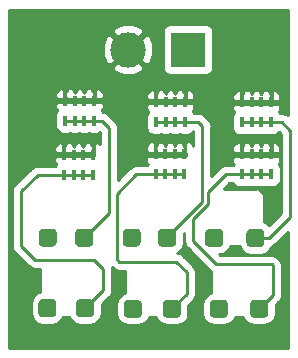
<source format=gbr>
G04 #@! TF.GenerationSoftware,KiCad,Pcbnew,5.0.2-bee76a0~70~ubuntu16.04.1*
G04 #@! TF.CreationDate,2019-12-27T08:03:31-08:00*
G04 #@! TF.ProjectId,Led_tests,4c65645f-7465-4737-9473-2e6b69636164,rev?*
G04 #@! TF.SameCoordinates,Original*
G04 #@! TF.FileFunction,Copper,L2,Bot*
G04 #@! TF.FilePolarity,Positive*
%FSLAX46Y46*%
G04 Gerber Fmt 4.6, Leading zero omitted, Abs format (unit mm)*
G04 Created by KiCad (PCBNEW 5.0.2-bee76a0~70~ubuntu16.04.1) date Fri 27 Dec 2019 08:03:31 PST*
%MOMM*%
%LPD*%
G01*
G04 APERTURE LIST*
G04 #@! TA.AperFunction,Conductor*
%ADD10C,0.100000*%
G04 #@! TD*
G04 #@! TA.AperFunction,ComponentPad*
%ADD11C,1.524000*%
G04 #@! TD*
G04 #@! TA.AperFunction,ComponentPad*
%ADD12R,3.000000X3.000000*%
G04 #@! TD*
G04 #@! TA.AperFunction,ComponentPad*
%ADD13C,3.000000*%
G04 #@! TD*
G04 #@! TA.AperFunction,SMDPad,CuDef*
%ADD14R,0.400000X0.900000*%
G04 #@! TD*
G04 #@! TA.AperFunction,Conductor*
%ADD15C,0.250000*%
G04 #@! TD*
G04 #@! TA.AperFunction,Conductor*
%ADD16C,0.254000*%
G04 #@! TD*
G04 APERTURE END LIST*
D10*
G04 #@! TO.N,GND*
G04 #@! TO.C,D1*
G36*
X37958145Y-30735835D02*
X37995129Y-30741321D01*
X38031398Y-30750406D01*
X38066602Y-30763002D01*
X38100402Y-30778988D01*
X38132472Y-30798210D01*
X38162504Y-30820483D01*
X38190208Y-30845592D01*
X38215317Y-30873296D01*
X38237590Y-30903328D01*
X38256812Y-30935398D01*
X38272798Y-30969198D01*
X38285394Y-31004402D01*
X38294479Y-31040671D01*
X38299965Y-31077655D01*
X38301800Y-31115000D01*
X38301800Y-31877000D01*
X38299965Y-31914345D01*
X38294479Y-31951329D01*
X38285394Y-31987598D01*
X38272798Y-32022802D01*
X38256812Y-32056602D01*
X38237590Y-32088672D01*
X38215317Y-32118704D01*
X38190208Y-32146408D01*
X38162504Y-32171517D01*
X38132472Y-32193790D01*
X38100402Y-32213012D01*
X38066602Y-32228998D01*
X38031398Y-32241594D01*
X37995129Y-32250679D01*
X37958145Y-32256165D01*
X37920800Y-32258000D01*
X37158800Y-32258000D01*
X37121455Y-32256165D01*
X37084471Y-32250679D01*
X37048202Y-32241594D01*
X37012998Y-32228998D01*
X36979198Y-32213012D01*
X36947128Y-32193790D01*
X36917096Y-32171517D01*
X36889392Y-32146408D01*
X36864283Y-32118704D01*
X36842010Y-32088672D01*
X36822788Y-32056602D01*
X36806802Y-32022802D01*
X36794206Y-31987598D01*
X36785121Y-31951329D01*
X36779635Y-31914345D01*
X36777800Y-31877000D01*
X36777800Y-31115000D01*
X36779635Y-31077655D01*
X36785121Y-31040671D01*
X36794206Y-31004402D01*
X36806802Y-30969198D01*
X36822788Y-30935398D01*
X36842010Y-30903328D01*
X36864283Y-30873296D01*
X36889392Y-30845592D01*
X36917096Y-30820483D01*
X36947128Y-30798210D01*
X36979198Y-30778988D01*
X37012998Y-30763002D01*
X37048202Y-30750406D01*
X37084471Y-30741321D01*
X37121455Y-30735835D01*
X37158800Y-30734000D01*
X37920800Y-30734000D01*
X37958145Y-30735835D01*
X37958145Y-30735835D01*
G37*
D11*
G04 #@! TD*
G04 #@! TO.P,D1,1*
G04 #@! TO.N,GND*
X37539800Y-31496000D03*
D10*
G04 #@! TO.N,Net-(D1-Pad2)*
G04 #@! TO.C,D1*
G36*
X40958145Y-30735835D02*
X40995129Y-30741321D01*
X41031398Y-30750406D01*
X41066602Y-30763002D01*
X41100402Y-30778988D01*
X41132472Y-30798210D01*
X41162504Y-30820483D01*
X41190208Y-30845592D01*
X41215317Y-30873296D01*
X41237590Y-30903328D01*
X41256812Y-30935398D01*
X41272798Y-30969198D01*
X41285394Y-31004402D01*
X41294479Y-31040671D01*
X41299965Y-31077655D01*
X41301800Y-31115000D01*
X41301800Y-31877000D01*
X41299965Y-31914345D01*
X41294479Y-31951329D01*
X41285394Y-31987598D01*
X41272798Y-32022802D01*
X41256812Y-32056602D01*
X41237590Y-32088672D01*
X41215317Y-32118704D01*
X41190208Y-32146408D01*
X41162504Y-32171517D01*
X41132472Y-32193790D01*
X41100402Y-32213012D01*
X41066602Y-32228998D01*
X41031398Y-32241594D01*
X40995129Y-32250679D01*
X40958145Y-32256165D01*
X40920800Y-32258000D01*
X40158800Y-32258000D01*
X40121455Y-32256165D01*
X40084471Y-32250679D01*
X40048202Y-32241594D01*
X40012998Y-32228998D01*
X39979198Y-32213012D01*
X39947128Y-32193790D01*
X39917096Y-32171517D01*
X39889392Y-32146408D01*
X39864283Y-32118704D01*
X39842010Y-32088672D01*
X39822788Y-32056602D01*
X39806802Y-32022802D01*
X39794206Y-31987598D01*
X39785121Y-31951329D01*
X39779635Y-31914345D01*
X39777800Y-31877000D01*
X39777800Y-31115000D01*
X39779635Y-31077655D01*
X39785121Y-31040671D01*
X39794206Y-31004402D01*
X39806802Y-30969198D01*
X39822788Y-30935398D01*
X39842010Y-30903328D01*
X39864283Y-30873296D01*
X39889392Y-30845592D01*
X39917096Y-30820483D01*
X39947128Y-30798210D01*
X39979198Y-30778988D01*
X40012998Y-30763002D01*
X40048202Y-30750406D01*
X40084471Y-30741321D01*
X40121455Y-30735835D01*
X40158800Y-30734000D01*
X40920800Y-30734000D01*
X40958145Y-30735835D01*
X40958145Y-30735835D01*
G37*
D11*
G04 #@! TD*
G04 #@! TO.P,D1,2*
G04 #@! TO.N,Net-(D1-Pad2)*
X40539800Y-31496000D03*
D10*
G04 #@! TO.N,GND*
G04 #@! TO.C,D2*
G36*
X30847545Y-30735835D02*
X30884529Y-30741321D01*
X30920798Y-30750406D01*
X30956002Y-30763002D01*
X30989802Y-30778988D01*
X31021872Y-30798210D01*
X31051904Y-30820483D01*
X31079608Y-30845592D01*
X31104717Y-30873296D01*
X31126990Y-30903328D01*
X31146212Y-30935398D01*
X31162198Y-30969198D01*
X31174794Y-31004402D01*
X31183879Y-31040671D01*
X31189365Y-31077655D01*
X31191200Y-31115000D01*
X31191200Y-31877000D01*
X31189365Y-31914345D01*
X31183879Y-31951329D01*
X31174794Y-31987598D01*
X31162198Y-32022802D01*
X31146212Y-32056602D01*
X31126990Y-32088672D01*
X31104717Y-32118704D01*
X31079608Y-32146408D01*
X31051904Y-32171517D01*
X31021872Y-32193790D01*
X30989802Y-32213012D01*
X30956002Y-32228998D01*
X30920798Y-32241594D01*
X30884529Y-32250679D01*
X30847545Y-32256165D01*
X30810200Y-32258000D01*
X30048200Y-32258000D01*
X30010855Y-32256165D01*
X29973871Y-32250679D01*
X29937602Y-32241594D01*
X29902398Y-32228998D01*
X29868598Y-32213012D01*
X29836528Y-32193790D01*
X29806496Y-32171517D01*
X29778792Y-32146408D01*
X29753683Y-32118704D01*
X29731410Y-32088672D01*
X29712188Y-32056602D01*
X29696202Y-32022802D01*
X29683606Y-31987598D01*
X29674521Y-31951329D01*
X29669035Y-31914345D01*
X29667200Y-31877000D01*
X29667200Y-31115000D01*
X29669035Y-31077655D01*
X29674521Y-31040671D01*
X29683606Y-31004402D01*
X29696202Y-30969198D01*
X29712188Y-30935398D01*
X29731410Y-30903328D01*
X29753683Y-30873296D01*
X29778792Y-30845592D01*
X29806496Y-30820483D01*
X29836528Y-30798210D01*
X29868598Y-30778988D01*
X29902398Y-30763002D01*
X29937602Y-30750406D01*
X29973871Y-30741321D01*
X30010855Y-30735835D01*
X30048200Y-30734000D01*
X30810200Y-30734000D01*
X30847545Y-30735835D01*
X30847545Y-30735835D01*
G37*
D11*
G04 #@! TD*
G04 #@! TO.P,D2,1*
G04 #@! TO.N,GND*
X30429200Y-31496000D03*
D10*
G04 #@! TO.N,Net-(D2-Pad2)*
G04 #@! TO.C,D2*
G36*
X33947545Y-30735835D02*
X33984529Y-30741321D01*
X34020798Y-30750406D01*
X34056002Y-30763002D01*
X34089802Y-30778988D01*
X34121872Y-30798210D01*
X34151904Y-30820483D01*
X34179608Y-30845592D01*
X34204717Y-30873296D01*
X34226990Y-30903328D01*
X34246212Y-30935398D01*
X34262198Y-30969198D01*
X34274794Y-31004402D01*
X34283879Y-31040671D01*
X34289365Y-31077655D01*
X34291200Y-31115000D01*
X34291200Y-31877000D01*
X34289365Y-31914345D01*
X34283879Y-31951329D01*
X34274794Y-31987598D01*
X34262198Y-32022802D01*
X34246212Y-32056602D01*
X34226990Y-32088672D01*
X34204717Y-32118704D01*
X34179608Y-32146408D01*
X34151904Y-32171517D01*
X34121872Y-32193790D01*
X34089802Y-32213012D01*
X34056002Y-32228998D01*
X34020798Y-32241594D01*
X33984529Y-32250679D01*
X33947545Y-32256165D01*
X33910200Y-32258000D01*
X33148200Y-32258000D01*
X33110855Y-32256165D01*
X33073871Y-32250679D01*
X33037602Y-32241594D01*
X33002398Y-32228998D01*
X32968598Y-32213012D01*
X32936528Y-32193790D01*
X32906496Y-32171517D01*
X32878792Y-32146408D01*
X32853683Y-32118704D01*
X32831410Y-32088672D01*
X32812188Y-32056602D01*
X32796202Y-32022802D01*
X32783606Y-31987598D01*
X32774521Y-31951329D01*
X32769035Y-31914345D01*
X32767200Y-31877000D01*
X32767200Y-31115000D01*
X32769035Y-31077655D01*
X32774521Y-31040671D01*
X32783606Y-31004402D01*
X32796202Y-30969198D01*
X32812188Y-30935398D01*
X32831410Y-30903328D01*
X32853683Y-30873296D01*
X32878792Y-30845592D01*
X32906496Y-30820483D01*
X32936528Y-30798210D01*
X32968598Y-30778988D01*
X33002398Y-30763002D01*
X33037602Y-30750406D01*
X33073871Y-30741321D01*
X33110855Y-30735835D01*
X33148200Y-30734000D01*
X33910200Y-30734000D01*
X33947545Y-30735835D01*
X33947545Y-30735835D01*
G37*
D11*
G04 #@! TD*
G04 #@! TO.P,D2,2*
G04 #@! TO.N,Net-(D2-Pad2)*
X33529200Y-31496000D03*
D10*
G04 #@! TO.N,GND*
G04 #@! TO.C,D3*
G36*
X30822145Y-36704835D02*
X30859129Y-36710321D01*
X30895398Y-36719406D01*
X30930602Y-36732002D01*
X30964402Y-36747988D01*
X30996472Y-36767210D01*
X31026504Y-36789483D01*
X31054208Y-36814592D01*
X31079317Y-36842296D01*
X31101590Y-36872328D01*
X31120812Y-36904398D01*
X31136798Y-36938198D01*
X31149394Y-36973402D01*
X31158479Y-37009671D01*
X31163965Y-37046655D01*
X31165800Y-37084000D01*
X31165800Y-37846000D01*
X31163965Y-37883345D01*
X31158479Y-37920329D01*
X31149394Y-37956598D01*
X31136798Y-37991802D01*
X31120812Y-38025602D01*
X31101590Y-38057672D01*
X31079317Y-38087704D01*
X31054208Y-38115408D01*
X31026504Y-38140517D01*
X30996472Y-38162790D01*
X30964402Y-38182012D01*
X30930602Y-38197998D01*
X30895398Y-38210594D01*
X30859129Y-38219679D01*
X30822145Y-38225165D01*
X30784800Y-38227000D01*
X30022800Y-38227000D01*
X29985455Y-38225165D01*
X29948471Y-38219679D01*
X29912202Y-38210594D01*
X29876998Y-38197998D01*
X29843198Y-38182012D01*
X29811128Y-38162790D01*
X29781096Y-38140517D01*
X29753392Y-38115408D01*
X29728283Y-38087704D01*
X29706010Y-38057672D01*
X29686788Y-38025602D01*
X29670802Y-37991802D01*
X29658206Y-37956598D01*
X29649121Y-37920329D01*
X29643635Y-37883345D01*
X29641800Y-37846000D01*
X29641800Y-37084000D01*
X29643635Y-37046655D01*
X29649121Y-37009671D01*
X29658206Y-36973402D01*
X29670802Y-36938198D01*
X29686788Y-36904398D01*
X29706010Y-36872328D01*
X29728283Y-36842296D01*
X29753392Y-36814592D01*
X29781096Y-36789483D01*
X29811128Y-36767210D01*
X29843198Y-36747988D01*
X29876998Y-36732002D01*
X29912202Y-36719406D01*
X29948471Y-36710321D01*
X29985455Y-36704835D01*
X30022800Y-36703000D01*
X30784800Y-36703000D01*
X30822145Y-36704835D01*
X30822145Y-36704835D01*
G37*
D11*
G04 #@! TD*
G04 #@! TO.P,D3,1*
G04 #@! TO.N,GND*
X30403800Y-37465000D03*
D10*
G04 #@! TO.N,Net-(D3-Pad2)*
G04 #@! TO.C,D3*
G36*
X34022145Y-36704835D02*
X34059129Y-36710321D01*
X34095398Y-36719406D01*
X34130602Y-36732002D01*
X34164402Y-36747988D01*
X34196472Y-36767210D01*
X34226504Y-36789483D01*
X34254208Y-36814592D01*
X34279317Y-36842296D01*
X34301590Y-36872328D01*
X34320812Y-36904398D01*
X34336798Y-36938198D01*
X34349394Y-36973402D01*
X34358479Y-37009671D01*
X34363965Y-37046655D01*
X34365800Y-37084000D01*
X34365800Y-37846000D01*
X34363965Y-37883345D01*
X34358479Y-37920329D01*
X34349394Y-37956598D01*
X34336798Y-37991802D01*
X34320812Y-38025602D01*
X34301590Y-38057672D01*
X34279317Y-38087704D01*
X34254208Y-38115408D01*
X34226504Y-38140517D01*
X34196472Y-38162790D01*
X34164402Y-38182012D01*
X34130602Y-38197998D01*
X34095398Y-38210594D01*
X34059129Y-38219679D01*
X34022145Y-38225165D01*
X33984800Y-38227000D01*
X33222800Y-38227000D01*
X33185455Y-38225165D01*
X33148471Y-38219679D01*
X33112202Y-38210594D01*
X33076998Y-38197998D01*
X33043198Y-38182012D01*
X33011128Y-38162790D01*
X32981096Y-38140517D01*
X32953392Y-38115408D01*
X32928283Y-38087704D01*
X32906010Y-38057672D01*
X32886788Y-38025602D01*
X32870802Y-37991802D01*
X32858206Y-37956598D01*
X32849121Y-37920329D01*
X32843635Y-37883345D01*
X32841800Y-37846000D01*
X32841800Y-37084000D01*
X32843635Y-37046655D01*
X32849121Y-37009671D01*
X32858206Y-36973402D01*
X32870802Y-36938198D01*
X32886788Y-36904398D01*
X32906010Y-36872328D01*
X32928283Y-36842296D01*
X32953392Y-36814592D01*
X32981096Y-36789483D01*
X33011128Y-36767210D01*
X33043198Y-36747988D01*
X33076998Y-36732002D01*
X33112202Y-36719406D01*
X33148471Y-36710321D01*
X33185455Y-36704835D01*
X33222800Y-36703000D01*
X33984800Y-36703000D01*
X34022145Y-36704835D01*
X34022145Y-36704835D01*
G37*
D11*
G04 #@! TD*
G04 #@! TO.P,D3,2*
G04 #@! TO.N,Net-(D3-Pad2)*
X33603800Y-37465000D03*
D10*
G04 #@! TO.N,GND*
G04 #@! TO.C,D4*
G36*
X38063145Y-36755635D02*
X38100129Y-36761121D01*
X38136398Y-36770206D01*
X38171602Y-36782802D01*
X38205402Y-36798788D01*
X38237472Y-36818010D01*
X38267504Y-36840283D01*
X38295208Y-36865392D01*
X38320317Y-36893096D01*
X38342590Y-36923128D01*
X38361812Y-36955198D01*
X38377798Y-36988998D01*
X38390394Y-37024202D01*
X38399479Y-37060471D01*
X38404965Y-37097455D01*
X38406800Y-37134800D01*
X38406800Y-37896800D01*
X38404965Y-37934145D01*
X38399479Y-37971129D01*
X38390394Y-38007398D01*
X38377798Y-38042602D01*
X38361812Y-38076402D01*
X38342590Y-38108472D01*
X38320317Y-38138504D01*
X38295208Y-38166208D01*
X38267504Y-38191317D01*
X38237472Y-38213590D01*
X38205402Y-38232812D01*
X38171602Y-38248798D01*
X38136398Y-38261394D01*
X38100129Y-38270479D01*
X38063145Y-38275965D01*
X38025800Y-38277800D01*
X37263800Y-38277800D01*
X37226455Y-38275965D01*
X37189471Y-38270479D01*
X37153202Y-38261394D01*
X37117998Y-38248798D01*
X37084198Y-38232812D01*
X37052128Y-38213590D01*
X37022096Y-38191317D01*
X36994392Y-38166208D01*
X36969283Y-38138504D01*
X36947010Y-38108472D01*
X36927788Y-38076402D01*
X36911802Y-38042602D01*
X36899206Y-38007398D01*
X36890121Y-37971129D01*
X36884635Y-37934145D01*
X36882800Y-37896800D01*
X36882800Y-37134800D01*
X36884635Y-37097455D01*
X36890121Y-37060471D01*
X36899206Y-37024202D01*
X36911802Y-36988998D01*
X36927788Y-36955198D01*
X36947010Y-36923128D01*
X36969283Y-36893096D01*
X36994392Y-36865392D01*
X37022096Y-36840283D01*
X37052128Y-36818010D01*
X37084198Y-36798788D01*
X37117998Y-36782802D01*
X37153202Y-36770206D01*
X37189471Y-36761121D01*
X37226455Y-36755635D01*
X37263800Y-36753800D01*
X38025800Y-36753800D01*
X38063145Y-36755635D01*
X38063145Y-36755635D01*
G37*
D11*
G04 #@! TD*
G04 #@! TO.P,D4,1*
G04 #@! TO.N,GND*
X37644800Y-37515800D03*
D10*
G04 #@! TO.N,Net-(D4-Pad2)*
G04 #@! TO.C,D4*
G36*
X41363145Y-36755635D02*
X41400129Y-36761121D01*
X41436398Y-36770206D01*
X41471602Y-36782802D01*
X41505402Y-36798788D01*
X41537472Y-36818010D01*
X41567504Y-36840283D01*
X41595208Y-36865392D01*
X41620317Y-36893096D01*
X41642590Y-36923128D01*
X41661812Y-36955198D01*
X41677798Y-36988998D01*
X41690394Y-37024202D01*
X41699479Y-37060471D01*
X41704965Y-37097455D01*
X41706800Y-37134800D01*
X41706800Y-37896800D01*
X41704965Y-37934145D01*
X41699479Y-37971129D01*
X41690394Y-38007398D01*
X41677798Y-38042602D01*
X41661812Y-38076402D01*
X41642590Y-38108472D01*
X41620317Y-38138504D01*
X41595208Y-38166208D01*
X41567504Y-38191317D01*
X41537472Y-38213590D01*
X41505402Y-38232812D01*
X41471602Y-38248798D01*
X41436398Y-38261394D01*
X41400129Y-38270479D01*
X41363145Y-38275965D01*
X41325800Y-38277800D01*
X40563800Y-38277800D01*
X40526455Y-38275965D01*
X40489471Y-38270479D01*
X40453202Y-38261394D01*
X40417998Y-38248798D01*
X40384198Y-38232812D01*
X40352128Y-38213590D01*
X40322096Y-38191317D01*
X40294392Y-38166208D01*
X40269283Y-38138504D01*
X40247010Y-38108472D01*
X40227788Y-38076402D01*
X40211802Y-38042602D01*
X40199206Y-38007398D01*
X40190121Y-37971129D01*
X40184635Y-37934145D01*
X40182800Y-37896800D01*
X40182800Y-37134800D01*
X40184635Y-37097455D01*
X40190121Y-37060471D01*
X40199206Y-37024202D01*
X40211802Y-36988998D01*
X40227788Y-36955198D01*
X40247010Y-36923128D01*
X40269283Y-36893096D01*
X40294392Y-36865392D01*
X40322096Y-36840283D01*
X40352128Y-36818010D01*
X40384198Y-36798788D01*
X40417998Y-36782802D01*
X40453202Y-36770206D01*
X40489471Y-36761121D01*
X40526455Y-36755635D01*
X40563800Y-36753800D01*
X41325800Y-36753800D01*
X41363145Y-36755635D01*
X41363145Y-36755635D01*
G37*
D11*
G04 #@! TD*
G04 #@! TO.P,D4,2*
G04 #@! TO.N,Net-(D4-Pad2)*
X40944800Y-37515800D03*
D10*
G04 #@! TO.N,GND*
G04 #@! TO.C,D5*
G36*
X45350945Y-36755635D02*
X45387929Y-36761121D01*
X45424198Y-36770206D01*
X45459402Y-36782802D01*
X45493202Y-36798788D01*
X45525272Y-36818010D01*
X45555304Y-36840283D01*
X45583008Y-36865392D01*
X45608117Y-36893096D01*
X45630390Y-36923128D01*
X45649612Y-36955198D01*
X45665598Y-36988998D01*
X45678194Y-37024202D01*
X45687279Y-37060471D01*
X45692765Y-37097455D01*
X45694600Y-37134800D01*
X45694600Y-37896800D01*
X45692765Y-37934145D01*
X45687279Y-37971129D01*
X45678194Y-38007398D01*
X45665598Y-38042602D01*
X45649612Y-38076402D01*
X45630390Y-38108472D01*
X45608117Y-38138504D01*
X45583008Y-38166208D01*
X45555304Y-38191317D01*
X45525272Y-38213590D01*
X45493202Y-38232812D01*
X45459402Y-38248798D01*
X45424198Y-38261394D01*
X45387929Y-38270479D01*
X45350945Y-38275965D01*
X45313600Y-38277800D01*
X44551600Y-38277800D01*
X44514255Y-38275965D01*
X44477271Y-38270479D01*
X44441002Y-38261394D01*
X44405798Y-38248798D01*
X44371998Y-38232812D01*
X44339928Y-38213590D01*
X44309896Y-38191317D01*
X44282192Y-38166208D01*
X44257083Y-38138504D01*
X44234810Y-38108472D01*
X44215588Y-38076402D01*
X44199602Y-38042602D01*
X44187006Y-38007398D01*
X44177921Y-37971129D01*
X44172435Y-37934145D01*
X44170600Y-37896800D01*
X44170600Y-37134800D01*
X44172435Y-37097455D01*
X44177921Y-37060471D01*
X44187006Y-37024202D01*
X44199602Y-36988998D01*
X44215588Y-36955198D01*
X44234810Y-36923128D01*
X44257083Y-36893096D01*
X44282192Y-36865392D01*
X44309896Y-36840283D01*
X44339928Y-36818010D01*
X44371998Y-36798788D01*
X44405798Y-36782802D01*
X44441002Y-36770206D01*
X44477271Y-36761121D01*
X44514255Y-36755635D01*
X44551600Y-36753800D01*
X45313600Y-36753800D01*
X45350945Y-36755635D01*
X45350945Y-36755635D01*
G37*
D11*
G04 #@! TD*
G04 #@! TO.P,D5,1*
G04 #@! TO.N,GND*
X44932600Y-37515800D03*
D10*
G04 #@! TO.N,Net-(D5-Pad2)*
G04 #@! TO.C,D5*
G36*
X48750945Y-36755635D02*
X48787929Y-36761121D01*
X48824198Y-36770206D01*
X48859402Y-36782802D01*
X48893202Y-36798788D01*
X48925272Y-36818010D01*
X48955304Y-36840283D01*
X48983008Y-36865392D01*
X49008117Y-36893096D01*
X49030390Y-36923128D01*
X49049612Y-36955198D01*
X49065598Y-36988998D01*
X49078194Y-37024202D01*
X49087279Y-37060471D01*
X49092765Y-37097455D01*
X49094600Y-37134800D01*
X49094600Y-37896800D01*
X49092765Y-37934145D01*
X49087279Y-37971129D01*
X49078194Y-38007398D01*
X49065598Y-38042602D01*
X49049612Y-38076402D01*
X49030390Y-38108472D01*
X49008117Y-38138504D01*
X48983008Y-38166208D01*
X48955304Y-38191317D01*
X48925272Y-38213590D01*
X48893202Y-38232812D01*
X48859402Y-38248798D01*
X48824198Y-38261394D01*
X48787929Y-38270479D01*
X48750945Y-38275965D01*
X48713600Y-38277800D01*
X47951600Y-38277800D01*
X47914255Y-38275965D01*
X47877271Y-38270479D01*
X47841002Y-38261394D01*
X47805798Y-38248798D01*
X47771998Y-38232812D01*
X47739928Y-38213590D01*
X47709896Y-38191317D01*
X47682192Y-38166208D01*
X47657083Y-38138504D01*
X47634810Y-38108472D01*
X47615588Y-38076402D01*
X47599602Y-38042602D01*
X47587006Y-38007398D01*
X47577921Y-37971129D01*
X47572435Y-37934145D01*
X47570600Y-37896800D01*
X47570600Y-37134800D01*
X47572435Y-37097455D01*
X47577921Y-37060471D01*
X47587006Y-37024202D01*
X47599602Y-36988998D01*
X47615588Y-36955198D01*
X47634810Y-36923128D01*
X47657083Y-36893096D01*
X47682192Y-36865392D01*
X47709896Y-36840283D01*
X47739928Y-36818010D01*
X47771998Y-36798788D01*
X47805798Y-36782802D01*
X47841002Y-36770206D01*
X47877271Y-36761121D01*
X47914255Y-36755635D01*
X47951600Y-36753800D01*
X48713600Y-36753800D01*
X48750945Y-36755635D01*
X48750945Y-36755635D01*
G37*
D11*
G04 #@! TD*
G04 #@! TO.P,D5,2*
G04 #@! TO.N,Net-(D5-Pad2)*
X48332600Y-37515800D03*
D10*
G04 #@! TO.N,GND*
G04 #@! TO.C,D6*
G36*
X44944545Y-30761235D02*
X44981529Y-30766721D01*
X45017798Y-30775806D01*
X45053002Y-30788402D01*
X45086802Y-30804388D01*
X45118872Y-30823610D01*
X45148904Y-30845883D01*
X45176608Y-30870992D01*
X45201717Y-30898696D01*
X45223990Y-30928728D01*
X45243212Y-30960798D01*
X45259198Y-30994598D01*
X45271794Y-31029802D01*
X45280879Y-31066071D01*
X45286365Y-31103055D01*
X45288200Y-31140400D01*
X45288200Y-31902400D01*
X45286365Y-31939745D01*
X45280879Y-31976729D01*
X45271794Y-32012998D01*
X45259198Y-32048202D01*
X45243212Y-32082002D01*
X45223990Y-32114072D01*
X45201717Y-32144104D01*
X45176608Y-32171808D01*
X45148904Y-32196917D01*
X45118872Y-32219190D01*
X45086802Y-32238412D01*
X45053002Y-32254398D01*
X45017798Y-32266994D01*
X44981529Y-32276079D01*
X44944545Y-32281565D01*
X44907200Y-32283400D01*
X44145200Y-32283400D01*
X44107855Y-32281565D01*
X44070871Y-32276079D01*
X44034602Y-32266994D01*
X43999398Y-32254398D01*
X43965598Y-32238412D01*
X43933528Y-32219190D01*
X43903496Y-32196917D01*
X43875792Y-32171808D01*
X43850683Y-32144104D01*
X43828410Y-32114072D01*
X43809188Y-32082002D01*
X43793202Y-32048202D01*
X43780606Y-32012998D01*
X43771521Y-31976729D01*
X43766035Y-31939745D01*
X43764200Y-31902400D01*
X43764200Y-31140400D01*
X43766035Y-31103055D01*
X43771521Y-31066071D01*
X43780606Y-31029802D01*
X43793202Y-30994598D01*
X43809188Y-30960798D01*
X43828410Y-30928728D01*
X43850683Y-30898696D01*
X43875792Y-30870992D01*
X43903496Y-30845883D01*
X43933528Y-30823610D01*
X43965598Y-30804388D01*
X43999398Y-30788402D01*
X44034602Y-30775806D01*
X44070871Y-30766721D01*
X44107855Y-30761235D01*
X44145200Y-30759400D01*
X44907200Y-30759400D01*
X44944545Y-30761235D01*
X44944545Y-30761235D01*
G37*
D11*
G04 #@! TD*
G04 #@! TO.P,D6,1*
G04 #@! TO.N,GND*
X44526200Y-31521400D03*
D10*
G04 #@! TO.N,Net-(D6-Pad2)*
G04 #@! TO.C,D6*
G36*
X48444545Y-30761235D02*
X48481529Y-30766721D01*
X48517798Y-30775806D01*
X48553002Y-30788402D01*
X48586802Y-30804388D01*
X48618872Y-30823610D01*
X48648904Y-30845883D01*
X48676608Y-30870992D01*
X48701717Y-30898696D01*
X48723990Y-30928728D01*
X48743212Y-30960798D01*
X48759198Y-30994598D01*
X48771794Y-31029802D01*
X48780879Y-31066071D01*
X48786365Y-31103055D01*
X48788200Y-31140400D01*
X48788200Y-31902400D01*
X48786365Y-31939745D01*
X48780879Y-31976729D01*
X48771794Y-32012998D01*
X48759198Y-32048202D01*
X48743212Y-32082002D01*
X48723990Y-32114072D01*
X48701717Y-32144104D01*
X48676608Y-32171808D01*
X48648904Y-32196917D01*
X48618872Y-32219190D01*
X48586802Y-32238412D01*
X48553002Y-32254398D01*
X48517798Y-32266994D01*
X48481529Y-32276079D01*
X48444545Y-32281565D01*
X48407200Y-32283400D01*
X47645200Y-32283400D01*
X47607855Y-32281565D01*
X47570871Y-32276079D01*
X47534602Y-32266994D01*
X47499398Y-32254398D01*
X47465598Y-32238412D01*
X47433528Y-32219190D01*
X47403496Y-32196917D01*
X47375792Y-32171808D01*
X47350683Y-32144104D01*
X47328410Y-32114072D01*
X47309188Y-32082002D01*
X47293202Y-32048202D01*
X47280606Y-32012998D01*
X47271521Y-31976729D01*
X47266035Y-31939745D01*
X47264200Y-31902400D01*
X47264200Y-31140400D01*
X47266035Y-31103055D01*
X47271521Y-31066071D01*
X47280606Y-31029802D01*
X47293202Y-30994598D01*
X47309188Y-30960798D01*
X47328410Y-30928728D01*
X47350683Y-30898696D01*
X47375792Y-30870992D01*
X47403496Y-30845883D01*
X47433528Y-30823610D01*
X47465598Y-30804388D01*
X47499398Y-30788402D01*
X47534602Y-30775806D01*
X47570871Y-30766721D01*
X47607855Y-30761235D01*
X47645200Y-30759400D01*
X48407200Y-30759400D01*
X48444545Y-30761235D01*
X48444545Y-30761235D01*
G37*
D11*
G04 #@! TD*
G04 #@! TO.P,D6,2*
G04 #@! TO.N,Net-(D6-Pad2)*
X48026200Y-31521400D03*
D12*
G04 #@! TO.P,J1,1*
G04 #@! TO.N,GND*
X42316400Y-15570200D03*
D13*
G04 #@! TO.P,J1,2*
G04 #@! TO.N,Net-(J1-Pad2)*
X37236400Y-15570200D03*
G04 #@! TD*
D14*
G04 #@! TO.P,RN1,2*
G04 #@! TO.N,Net-(D1-Pad2)*
X41224000Y-21691600D03*
G04 #@! TO.P,RN1,3*
X40424000Y-21691600D03*
G04 #@! TO.P,RN1,1*
X42024000Y-21691600D03*
G04 #@! TO.P,RN1,4*
X39624000Y-21691600D03*
G04 #@! TO.P,RN1,8*
G04 #@! TO.N,Net-(J1-Pad2)*
X42024000Y-19991600D03*
G04 #@! TO.P,RN1,7*
X41224000Y-19991600D03*
G04 #@! TO.P,RN1,6*
X40424000Y-19991600D03*
G04 #@! TO.P,RN1,5*
X39624000Y-19991600D03*
G04 #@! TD*
G04 #@! TO.P,RN2,5*
G04 #@! TO.N,Net-(J1-Pad2)*
X31927800Y-19890000D03*
G04 #@! TO.P,RN2,6*
X32727800Y-19890000D03*
G04 #@! TO.P,RN2,7*
X33527800Y-19890000D03*
G04 #@! TO.P,RN2,8*
X34327800Y-19890000D03*
G04 #@! TO.P,RN2,4*
G04 #@! TO.N,Net-(D2-Pad2)*
X31927800Y-21590000D03*
G04 #@! TO.P,RN2,1*
X34327800Y-21590000D03*
G04 #@! TO.P,RN2,3*
X32727800Y-21590000D03*
G04 #@! TO.P,RN2,2*
X33527800Y-21590000D03*
G04 #@! TD*
G04 #@! TO.P,RN3,2*
G04 #@! TO.N,Net-(D3-Pad2)*
X33439000Y-26162000D03*
G04 #@! TO.P,RN3,3*
X32639000Y-26162000D03*
G04 #@! TO.P,RN3,1*
X34239000Y-26162000D03*
G04 #@! TO.P,RN3,4*
X31839000Y-26162000D03*
G04 #@! TO.P,RN3,8*
G04 #@! TO.N,Net-(J1-Pad2)*
X34239000Y-24462000D03*
G04 #@! TO.P,RN3,7*
X33439000Y-24462000D03*
G04 #@! TO.P,RN3,6*
X32639000Y-24462000D03*
G04 #@! TO.P,RN3,5*
X31839000Y-24462000D03*
G04 #@! TD*
G04 #@! TO.P,RN4,5*
G04 #@! TO.N,Net-(J1-Pad2)*
X39592400Y-24423000D03*
G04 #@! TO.P,RN4,6*
X40392400Y-24423000D03*
G04 #@! TO.P,RN4,7*
X41192400Y-24423000D03*
G04 #@! TO.P,RN4,8*
X41992400Y-24423000D03*
G04 #@! TO.P,RN4,4*
G04 #@! TO.N,Net-(D4-Pad2)*
X39592400Y-26123000D03*
G04 #@! TO.P,RN4,1*
X41992400Y-26123000D03*
G04 #@! TO.P,RN4,3*
X40392400Y-26123000D03*
G04 #@! TO.P,RN4,2*
X41192400Y-26123000D03*
G04 #@! TD*
G04 #@! TO.P,RN5,2*
G04 #@! TO.N,Net-(D5-Pad2)*
X48501400Y-26134800D03*
G04 #@! TO.P,RN5,3*
X47701400Y-26134800D03*
G04 #@! TO.P,RN5,1*
X49301400Y-26134800D03*
G04 #@! TO.P,RN5,4*
X46901400Y-26134800D03*
G04 #@! TO.P,RN5,8*
G04 #@! TO.N,Net-(J1-Pad2)*
X49301400Y-24434800D03*
G04 #@! TO.P,RN5,7*
X48501400Y-24434800D03*
G04 #@! TO.P,RN5,6*
X47701400Y-24434800D03*
G04 #@! TO.P,RN5,5*
X46901400Y-24434800D03*
G04 #@! TD*
G04 #@! TO.P,RN6,5*
G04 #@! TO.N,Net-(J1-Pad2)*
X46907600Y-20028800D03*
G04 #@! TO.P,RN6,6*
X47707600Y-20028800D03*
G04 #@! TO.P,RN6,7*
X48507600Y-20028800D03*
G04 #@! TO.P,RN6,8*
X49307600Y-20028800D03*
G04 #@! TO.P,RN6,4*
G04 #@! TO.N,Net-(D6-Pad2)*
X46907600Y-21728800D03*
G04 #@! TO.P,RN6,1*
X49307600Y-21728800D03*
G04 #@! TO.P,RN6,3*
X47707600Y-21728800D03*
G04 #@! TO.P,RN6,2*
X48507600Y-21728800D03*
G04 #@! TD*
D15*
G04 #@! TO.N,Net-(D1-Pad2)*
X39624000Y-21691600D02*
X43154600Y-21691600D01*
X43154600Y-21691600D02*
X43535600Y-22072600D01*
X43535600Y-28500200D02*
X40916410Y-31119390D01*
X43535600Y-22072600D02*
X43535600Y-28500200D01*
G04 #@! TO.N,Net-(D2-Pad2)*
X31927800Y-21590000D02*
X35001200Y-21590000D01*
X35001200Y-21590000D02*
X35610800Y-22199600D01*
X35610800Y-29414400D02*
X33916410Y-31108790D01*
X35610800Y-22199600D02*
X35610800Y-29414400D01*
G04 #@! TO.N,Net-(D3-Pad2)*
X34239000Y-26162000D02*
X29591000Y-26162000D01*
X29591000Y-26162000D02*
X28168600Y-27584400D01*
X28168600Y-27584400D02*
X28168600Y-32181800D01*
X28168600Y-32181800D02*
X29362400Y-33375600D01*
X29362400Y-33375600D02*
X34391600Y-33375600D01*
X34391600Y-33375600D02*
X35128200Y-34112200D01*
X35128200Y-35940600D02*
X34016410Y-37052390D01*
X35128200Y-34112200D02*
X35128200Y-35940600D01*
G04 #@! TO.N,Net-(D4-Pad2)*
X41992400Y-26123000D02*
X37935800Y-26123000D01*
X37935800Y-26123000D02*
X36271200Y-27787600D01*
X36271200Y-27787600D02*
X36271200Y-33299400D01*
X36271200Y-33299400D02*
X36499800Y-33528000D01*
X36499800Y-33528000D02*
X41325800Y-33528000D01*
X41325800Y-33528000D02*
X42214800Y-34417000D01*
X41316410Y-37144190D02*
X41316410Y-37515800D01*
X42214800Y-36245800D02*
X41316410Y-37144190D01*
X42214800Y-34417000D02*
X42214800Y-36245800D01*
G04 #@! TO.N,Net-(D5-Pad2)*
X49301400Y-26134800D02*
X45493200Y-26134800D01*
X43985610Y-27642390D02*
X43985610Y-28686600D01*
X45493200Y-26134800D02*
X43985610Y-27642390D01*
X43985610Y-28686600D02*
X42773600Y-29898610D01*
X42773600Y-29898610D02*
X42773600Y-31800800D01*
X44719190Y-33746390D02*
X49392790Y-33746390D01*
X42773600Y-31800800D02*
X44719190Y-33746390D01*
X49392790Y-33746390D02*
X49479200Y-33832800D01*
X49479200Y-36369200D02*
X48716410Y-37131990D01*
X49479200Y-33832800D02*
X49479200Y-36369200D01*
G04 #@! TO.N,Net-(D6-Pad2)*
X46907600Y-21728800D02*
X50253000Y-21728800D01*
X50253000Y-21728800D02*
X50952400Y-22428200D01*
X50952400Y-22428200D02*
X50952400Y-29743400D01*
X49174400Y-31521400D02*
X48416410Y-31521400D01*
X50952400Y-29743400D02*
X49174400Y-31521400D01*
G04 #@! TD*
D16*
G04 #@! TO.N,Net-(J1-Pad2)*
G36*
X50756401Y-21151118D02*
X50549537Y-21012896D01*
X50327852Y-20968800D01*
X50327847Y-20968800D01*
X50253000Y-20953912D01*
X50178153Y-20968800D01*
X50064173Y-20968800D01*
X50004673Y-20879753D01*
X50045927Y-20838498D01*
X50142600Y-20605109D01*
X50142600Y-20314550D01*
X49983850Y-20155800D01*
X49407600Y-20155800D01*
X49407600Y-20175800D01*
X49207600Y-20175800D01*
X49207600Y-20155800D01*
X48607600Y-20155800D01*
X48607600Y-20175800D01*
X48407600Y-20175800D01*
X48407600Y-20155800D01*
X47807600Y-20155800D01*
X47807600Y-20175800D01*
X47607600Y-20175800D01*
X47607600Y-20155800D01*
X47007600Y-20155800D01*
X47007600Y-20175800D01*
X46807600Y-20175800D01*
X46807600Y-20155800D01*
X46231350Y-20155800D01*
X46072600Y-20314550D01*
X46072600Y-20605109D01*
X46169273Y-20838498D01*
X46210527Y-20879753D01*
X46109443Y-21031035D01*
X46060160Y-21278800D01*
X46060160Y-22178800D01*
X46109443Y-22426565D01*
X46249791Y-22636609D01*
X46459835Y-22776957D01*
X46707600Y-22826240D01*
X47107600Y-22826240D01*
X47307600Y-22786458D01*
X47507600Y-22826240D01*
X47907600Y-22826240D01*
X48107600Y-22786458D01*
X48307600Y-22826240D01*
X48707600Y-22826240D01*
X48907600Y-22786458D01*
X49107600Y-22826240D01*
X49507600Y-22826240D01*
X49755365Y-22776957D01*
X49965409Y-22636609D01*
X50013714Y-22564316D01*
X50192400Y-22743002D01*
X50192401Y-29428597D01*
X49163816Y-30457182D01*
X49134417Y-30413183D01*
X48800767Y-30190245D01*
X48726200Y-30175413D01*
X48726200Y-28088862D01*
X48739619Y-28021400D01*
X48717435Y-27909871D01*
X48686455Y-27754127D01*
X48535057Y-27527543D01*
X48308473Y-27376145D01*
X48041200Y-27322981D01*
X47973739Y-27336400D01*
X45366402Y-27336400D01*
X45808002Y-26894800D01*
X46144827Y-26894800D01*
X46243591Y-27042609D01*
X46453635Y-27182957D01*
X46701400Y-27232240D01*
X47101400Y-27232240D01*
X47301400Y-27192458D01*
X47501400Y-27232240D01*
X47901400Y-27232240D01*
X48101400Y-27192458D01*
X48301400Y-27232240D01*
X48701400Y-27232240D01*
X48901400Y-27192458D01*
X49101400Y-27232240D01*
X49501400Y-27232240D01*
X49749165Y-27182957D01*
X49959209Y-27042609D01*
X50099557Y-26832565D01*
X50148840Y-26584800D01*
X50148840Y-25684800D01*
X50099557Y-25437035D01*
X49998473Y-25285753D01*
X50039727Y-25244498D01*
X50136400Y-25011109D01*
X50136400Y-24720550D01*
X49977650Y-24561800D01*
X49401400Y-24561800D01*
X49401400Y-24581800D01*
X49201400Y-24581800D01*
X49201400Y-24561800D01*
X48601400Y-24561800D01*
X48601400Y-24581800D01*
X48401400Y-24581800D01*
X48401400Y-24561800D01*
X47801400Y-24561800D01*
X47801400Y-24581800D01*
X47601400Y-24581800D01*
X47601400Y-24561800D01*
X47001400Y-24561800D01*
X47001400Y-24581800D01*
X46801400Y-24581800D01*
X46801400Y-24561800D01*
X46225150Y-24561800D01*
X46066400Y-24720550D01*
X46066400Y-25011109D01*
X46163073Y-25244498D01*
X46204327Y-25285753D01*
X46144827Y-25374800D01*
X45568046Y-25374800D01*
X45493199Y-25359912D01*
X45418352Y-25374800D01*
X45418348Y-25374800D01*
X45196663Y-25418896D01*
X44945271Y-25586871D01*
X44902871Y-25650327D01*
X44295600Y-26257598D01*
X44295600Y-23858491D01*
X46066400Y-23858491D01*
X46066400Y-24149050D01*
X46225150Y-24307800D01*
X46801400Y-24307800D01*
X46801400Y-23858491D01*
X46866400Y-23858491D01*
X46866400Y-24149050D01*
X47001400Y-24284050D01*
X47001400Y-24307800D01*
X47601400Y-24307800D01*
X47601400Y-24284050D01*
X47701400Y-24184050D01*
X47801400Y-24284050D01*
X47801400Y-24307800D01*
X48401400Y-24307800D01*
X48401400Y-24284050D01*
X48501400Y-24184050D01*
X48601400Y-24284050D01*
X48601400Y-24307800D01*
X49201400Y-24307800D01*
X49201400Y-24284050D01*
X49336400Y-24149050D01*
X49336400Y-23858491D01*
X49239727Y-23625102D01*
X49201400Y-23586775D01*
X49201400Y-23508550D01*
X49401400Y-23508550D01*
X49401400Y-24307800D01*
X49977650Y-24307800D01*
X50136400Y-24149050D01*
X50136400Y-23858491D01*
X50039727Y-23625102D01*
X49861099Y-23446473D01*
X49627710Y-23349800D01*
X49560150Y-23349800D01*
X49401400Y-23508550D01*
X49201400Y-23508550D01*
X49042650Y-23349800D01*
X48975090Y-23349800D01*
X48901400Y-23380323D01*
X48827710Y-23349800D01*
X48760150Y-23349800D01*
X48601400Y-23508550D01*
X48601400Y-23586775D01*
X48563073Y-23625102D01*
X48501400Y-23773994D01*
X48439727Y-23625102D01*
X48401400Y-23586775D01*
X48401400Y-23508550D01*
X48242650Y-23349800D01*
X48175090Y-23349800D01*
X48101400Y-23380323D01*
X48027710Y-23349800D01*
X47960150Y-23349800D01*
X47801400Y-23508550D01*
X47801400Y-23586775D01*
X47763073Y-23625102D01*
X47701400Y-23773994D01*
X47639727Y-23625102D01*
X47601400Y-23586775D01*
X47601400Y-23508550D01*
X47442650Y-23349800D01*
X47375090Y-23349800D01*
X47301400Y-23380323D01*
X47227710Y-23349800D01*
X47160150Y-23349800D01*
X47001400Y-23508550D01*
X47001400Y-23586775D01*
X46963073Y-23625102D01*
X46866400Y-23858491D01*
X46801400Y-23858491D01*
X46801400Y-23508550D01*
X46642650Y-23349800D01*
X46575090Y-23349800D01*
X46341701Y-23446473D01*
X46163073Y-23625102D01*
X46066400Y-23858491D01*
X44295600Y-23858491D01*
X44295600Y-22147446D01*
X44310488Y-22072599D01*
X44295600Y-21997752D01*
X44295600Y-21997748D01*
X44251504Y-21776063D01*
X44083529Y-21524671D01*
X44020073Y-21482271D01*
X43744931Y-21207129D01*
X43702529Y-21143671D01*
X43451137Y-20975696D01*
X43229452Y-20931600D01*
X43229447Y-20931600D01*
X43154600Y-20916712D01*
X43079753Y-20931600D01*
X42780573Y-20931600D01*
X42721073Y-20842553D01*
X42762327Y-20801298D01*
X42859000Y-20567909D01*
X42859000Y-20277350D01*
X42700250Y-20118600D01*
X42124000Y-20118600D01*
X42124000Y-20138600D01*
X41924000Y-20138600D01*
X41924000Y-20118600D01*
X41324000Y-20118600D01*
X41324000Y-20138600D01*
X41124000Y-20138600D01*
X41124000Y-20118600D01*
X40524000Y-20118600D01*
X40524000Y-20138600D01*
X40324000Y-20138600D01*
X40324000Y-20118600D01*
X39724000Y-20118600D01*
X39724000Y-20138600D01*
X39524000Y-20138600D01*
X39524000Y-20118600D01*
X38947750Y-20118600D01*
X38789000Y-20277350D01*
X38789000Y-20567909D01*
X38885673Y-20801298D01*
X38926927Y-20842553D01*
X38825843Y-20993835D01*
X38776560Y-21241600D01*
X38776560Y-22141600D01*
X38825843Y-22389365D01*
X38966191Y-22599409D01*
X39176235Y-22739757D01*
X39424000Y-22789040D01*
X39824000Y-22789040D01*
X40024000Y-22749258D01*
X40224000Y-22789040D01*
X40624000Y-22789040D01*
X40824000Y-22749258D01*
X41024000Y-22789040D01*
X41424000Y-22789040D01*
X41624000Y-22749258D01*
X41824000Y-22789040D01*
X42224000Y-22789040D01*
X42471765Y-22739757D01*
X42681809Y-22599409D01*
X42775600Y-22459042D01*
X42775600Y-23721636D01*
X42730727Y-23613302D01*
X42552099Y-23434673D01*
X42318710Y-23338000D01*
X42251150Y-23338000D01*
X42092400Y-23496750D01*
X42092400Y-24296000D01*
X42139400Y-24296000D01*
X42139400Y-24550000D01*
X42092400Y-24550000D01*
X42092400Y-24570000D01*
X41892400Y-24570000D01*
X41892400Y-24550000D01*
X41292400Y-24550000D01*
X41292400Y-24570000D01*
X41092400Y-24570000D01*
X41092400Y-24550000D01*
X40492400Y-24550000D01*
X40492400Y-24570000D01*
X40292400Y-24570000D01*
X40292400Y-24550000D01*
X39692400Y-24550000D01*
X39692400Y-24570000D01*
X39492400Y-24570000D01*
X39492400Y-24550000D01*
X38916150Y-24550000D01*
X38757400Y-24708750D01*
X38757400Y-24999309D01*
X38854073Y-25232698D01*
X38895327Y-25273953D01*
X38835827Y-25363000D01*
X38010647Y-25363000D01*
X37935800Y-25348112D01*
X37860953Y-25363000D01*
X37860948Y-25363000D01*
X37639263Y-25407096D01*
X37387871Y-25575071D01*
X37345471Y-25638527D01*
X36370800Y-26613199D01*
X36370800Y-23846691D01*
X38757400Y-23846691D01*
X38757400Y-24137250D01*
X38916150Y-24296000D01*
X39492400Y-24296000D01*
X39492400Y-23846691D01*
X39557400Y-23846691D01*
X39557400Y-24137250D01*
X39692400Y-24272250D01*
X39692400Y-24296000D01*
X40292400Y-24296000D01*
X40292400Y-24272250D01*
X40392400Y-24172250D01*
X40492400Y-24272250D01*
X40492400Y-24296000D01*
X41092400Y-24296000D01*
X41092400Y-24272250D01*
X41192400Y-24172250D01*
X41292400Y-24272250D01*
X41292400Y-24296000D01*
X41892400Y-24296000D01*
X41892400Y-24272250D01*
X42027400Y-24137250D01*
X42027400Y-23846691D01*
X41930727Y-23613302D01*
X41892400Y-23574975D01*
X41892400Y-23496750D01*
X41733650Y-23338000D01*
X41666090Y-23338000D01*
X41592400Y-23368523D01*
X41518710Y-23338000D01*
X41451150Y-23338000D01*
X41292400Y-23496750D01*
X41292400Y-23574975D01*
X41254073Y-23613302D01*
X41192400Y-23762194D01*
X41130727Y-23613302D01*
X41092400Y-23574975D01*
X41092400Y-23496750D01*
X40933650Y-23338000D01*
X40866090Y-23338000D01*
X40792400Y-23368523D01*
X40718710Y-23338000D01*
X40651150Y-23338000D01*
X40492400Y-23496750D01*
X40492400Y-23574975D01*
X40454073Y-23613302D01*
X40392400Y-23762194D01*
X40330727Y-23613302D01*
X40292400Y-23574975D01*
X40292400Y-23496750D01*
X40133650Y-23338000D01*
X40066090Y-23338000D01*
X39992400Y-23368523D01*
X39918710Y-23338000D01*
X39851150Y-23338000D01*
X39692400Y-23496750D01*
X39692400Y-23574975D01*
X39654073Y-23613302D01*
X39557400Y-23846691D01*
X39492400Y-23846691D01*
X39492400Y-23496750D01*
X39333650Y-23338000D01*
X39266090Y-23338000D01*
X39032701Y-23434673D01*
X38854073Y-23613302D01*
X38757400Y-23846691D01*
X36370800Y-23846691D01*
X36370800Y-22274448D01*
X36385688Y-22199600D01*
X36370800Y-22124752D01*
X36370800Y-22124748D01*
X36326704Y-21903063D01*
X36158729Y-21651671D01*
X36095273Y-21609271D01*
X35591531Y-21105530D01*
X35549129Y-21042071D01*
X35297737Y-20874096D01*
X35085648Y-20831909D01*
X35024873Y-20740953D01*
X35066127Y-20699698D01*
X35162800Y-20466309D01*
X35162800Y-20175750D01*
X35004050Y-20017000D01*
X34427800Y-20017000D01*
X34427800Y-20037000D01*
X34227800Y-20037000D01*
X34227800Y-20017000D01*
X33627800Y-20017000D01*
X33627800Y-20037000D01*
X33427800Y-20037000D01*
X33427800Y-20017000D01*
X32827800Y-20017000D01*
X32827800Y-20037000D01*
X32627800Y-20037000D01*
X32627800Y-20017000D01*
X32027800Y-20017000D01*
X32027800Y-20037000D01*
X31827800Y-20037000D01*
X31827800Y-20017000D01*
X31251550Y-20017000D01*
X31092800Y-20175750D01*
X31092800Y-20466309D01*
X31189473Y-20699698D01*
X31230727Y-20740953D01*
X31129643Y-20892235D01*
X31080360Y-21140000D01*
X31080360Y-22040000D01*
X31129643Y-22287765D01*
X31269991Y-22497809D01*
X31480035Y-22638157D01*
X31727800Y-22687440D01*
X32127800Y-22687440D01*
X32327800Y-22647658D01*
X32527800Y-22687440D01*
X32927800Y-22687440D01*
X33127800Y-22647658D01*
X33327800Y-22687440D01*
X33727800Y-22687440D01*
X33927800Y-22647658D01*
X34127800Y-22687440D01*
X34527800Y-22687440D01*
X34775565Y-22638157D01*
X34850800Y-22587886D01*
X34850800Y-23525774D01*
X34798699Y-23473673D01*
X34565310Y-23377000D01*
X34497750Y-23377000D01*
X34339000Y-23535750D01*
X34339000Y-24335000D01*
X34386000Y-24335000D01*
X34386000Y-24589000D01*
X34339000Y-24589000D01*
X34339000Y-24609000D01*
X34139000Y-24609000D01*
X34139000Y-24589000D01*
X33539000Y-24589000D01*
X33539000Y-24609000D01*
X33339000Y-24609000D01*
X33339000Y-24589000D01*
X32739000Y-24589000D01*
X32739000Y-24609000D01*
X32539000Y-24609000D01*
X32539000Y-24589000D01*
X31939000Y-24589000D01*
X31939000Y-24609000D01*
X31739000Y-24609000D01*
X31739000Y-24589000D01*
X31162750Y-24589000D01*
X31004000Y-24747750D01*
X31004000Y-25038309D01*
X31100673Y-25271698D01*
X31141927Y-25312953D01*
X31082427Y-25402000D01*
X29665846Y-25402000D01*
X29590999Y-25387112D01*
X29516152Y-25402000D01*
X29516148Y-25402000D01*
X29294463Y-25446096D01*
X29294461Y-25446097D01*
X29294462Y-25446097D01*
X29106526Y-25571671D01*
X29106524Y-25571673D01*
X29043071Y-25614071D01*
X29000673Y-25677524D01*
X27684130Y-26994069D01*
X27620671Y-27036471D01*
X27452696Y-27287864D01*
X27408600Y-27509549D01*
X27408600Y-27509553D01*
X27393712Y-27584400D01*
X27408600Y-27659247D01*
X27408601Y-32106948D01*
X27393712Y-32181800D01*
X27452697Y-32478337D01*
X27517746Y-32575689D01*
X27620672Y-32729729D01*
X27684128Y-32772129D01*
X28772070Y-33860072D01*
X28814471Y-33923529D01*
X29065863Y-34091504D01*
X29287548Y-34135600D01*
X29287552Y-34135600D01*
X29362399Y-34150488D01*
X29437246Y-34135600D01*
X29779739Y-34135600D01*
X29742781Y-34321400D01*
X29756200Y-34388862D01*
X29756201Y-36108590D01*
X29629233Y-36133845D01*
X29295583Y-36356783D01*
X29072645Y-36690433D01*
X28994360Y-37084000D01*
X28994360Y-37846000D01*
X29072645Y-38239567D01*
X29295583Y-38573217D01*
X29629233Y-38796155D01*
X30022800Y-38874440D01*
X30784800Y-38874440D01*
X31178367Y-38796155D01*
X31512017Y-38573217D01*
X31734955Y-38239567D01*
X31741552Y-38206400D01*
X32266048Y-38206400D01*
X32272645Y-38239567D01*
X32495583Y-38573217D01*
X32829233Y-38796155D01*
X33222800Y-38874440D01*
X33984800Y-38874440D01*
X34378367Y-38796155D01*
X34712017Y-38573217D01*
X34934955Y-38239567D01*
X35013240Y-37846000D01*
X35013240Y-37130362D01*
X35612675Y-36530927D01*
X35676129Y-36488529D01*
X35718527Y-36425076D01*
X35718529Y-36425074D01*
X35844103Y-36237138D01*
X35844104Y-36237137D01*
X35888200Y-36015452D01*
X35888200Y-36015448D01*
X35903088Y-35940601D01*
X35888200Y-35865754D01*
X35888200Y-34187048D01*
X35903088Y-34112200D01*
X35888200Y-34037352D01*
X35888200Y-34037348D01*
X35876742Y-33979743D01*
X35909469Y-34012470D01*
X35951871Y-34075929D01*
X36203263Y-34243904D01*
X36424948Y-34288000D01*
X36424952Y-34288000D01*
X36499799Y-34302888D01*
X36574646Y-34288000D01*
X36956029Y-34288000D01*
X36956200Y-34288862D01*
X36956201Y-36167545D01*
X36870233Y-36184645D01*
X36536583Y-36407583D01*
X36313645Y-36741233D01*
X36235360Y-37134800D01*
X36235360Y-37896800D01*
X36313645Y-38290367D01*
X36536583Y-38624017D01*
X36870233Y-38846955D01*
X37263800Y-38925240D01*
X38025800Y-38925240D01*
X38419367Y-38846955D01*
X38753017Y-38624017D01*
X38975955Y-38290367D01*
X38992657Y-38206400D01*
X39596943Y-38206400D01*
X39613645Y-38290367D01*
X39836583Y-38624017D01*
X40170233Y-38846955D01*
X40563800Y-38925240D01*
X41325800Y-38925240D01*
X41719367Y-38846955D01*
X42053017Y-38624017D01*
X42275955Y-38290367D01*
X42354240Y-37896800D01*
X42354240Y-37181162D01*
X42699275Y-36836127D01*
X42762729Y-36793729D01*
X42805127Y-36730276D01*
X42805129Y-36730274D01*
X42930703Y-36542338D01*
X42930704Y-36542337D01*
X42974800Y-36320652D01*
X42974800Y-36320648D01*
X42989688Y-36245801D01*
X42974800Y-36170954D01*
X42974800Y-34491847D01*
X42989688Y-34417000D01*
X42974800Y-34342153D01*
X42974800Y-34342148D01*
X42930704Y-34120463D01*
X42762729Y-33869071D01*
X42699273Y-33826671D01*
X41916131Y-33043530D01*
X41873729Y-32980071D01*
X41622337Y-32812096D01*
X41402383Y-32768344D01*
X41648017Y-32604217D01*
X41870955Y-32270567D01*
X41949240Y-31877000D01*
X41949240Y-31161361D01*
X42013601Y-31097001D01*
X42013601Y-31725948D01*
X41998712Y-31800800D01*
X42057697Y-32097337D01*
X42173446Y-32270567D01*
X42225672Y-32348729D01*
X42289128Y-32391129D01*
X44128860Y-34230862D01*
X44171261Y-34294319D01*
X44234717Y-34336719D01*
X44256200Y-34351074D01*
X44256201Y-36165118D01*
X44158033Y-36184645D01*
X43824383Y-36407583D01*
X43601445Y-36741233D01*
X43523160Y-37134800D01*
X43523160Y-37896800D01*
X43601445Y-38290367D01*
X43824383Y-38624017D01*
X44158033Y-38846955D01*
X44551600Y-38925240D01*
X45313600Y-38925240D01*
X45707167Y-38846955D01*
X46040817Y-38624017D01*
X46263755Y-38290367D01*
X46280457Y-38206400D01*
X46984743Y-38206400D01*
X47001445Y-38290367D01*
X47224383Y-38624017D01*
X47558033Y-38846955D01*
X47951600Y-38925240D01*
X48713600Y-38925240D01*
X49107167Y-38846955D01*
X49440817Y-38624017D01*
X49663755Y-38290367D01*
X49742040Y-37896800D01*
X49742040Y-37181162D01*
X49963673Y-36959529D01*
X50027129Y-36917129D01*
X50195104Y-36665737D01*
X50239200Y-36444052D01*
X50239200Y-36444047D01*
X50254088Y-36369200D01*
X50239200Y-36294353D01*
X50239200Y-33907646D01*
X50254088Y-33832799D01*
X50239200Y-33757952D01*
X50239200Y-33757948D01*
X50195104Y-33536263D01*
X50027129Y-33284871D01*
X49975330Y-33250260D01*
X49940719Y-33198461D01*
X49689327Y-33030486D01*
X49467642Y-32986390D01*
X49467637Y-32986390D01*
X49392790Y-32971502D01*
X49317943Y-32986390D01*
X45033992Y-32986390D01*
X44966622Y-32919020D01*
X45300767Y-32852555D01*
X45634417Y-32629617D01*
X45857355Y-32295967D01*
X45875171Y-32206400D01*
X46677229Y-32206400D01*
X46695045Y-32295967D01*
X46917983Y-32629617D01*
X47251633Y-32852555D01*
X47645200Y-32930840D01*
X48407200Y-32930840D01*
X48800767Y-32852555D01*
X49134417Y-32629617D01*
X49357355Y-32295967D01*
X49364825Y-32258411D01*
X49470937Y-32237304D01*
X49722329Y-32069329D01*
X49764731Y-32005870D01*
X50756400Y-31014201D01*
X50756400Y-40836400D01*
X27126400Y-40836400D01*
X27126400Y-23885691D01*
X31004000Y-23885691D01*
X31004000Y-24176250D01*
X31162750Y-24335000D01*
X31739000Y-24335000D01*
X31739000Y-23885691D01*
X31804000Y-23885691D01*
X31804000Y-24176250D01*
X31939000Y-24311250D01*
X31939000Y-24335000D01*
X32539000Y-24335000D01*
X32539000Y-24311250D01*
X32639000Y-24211250D01*
X32739000Y-24311250D01*
X32739000Y-24335000D01*
X33339000Y-24335000D01*
X33339000Y-24311250D01*
X33439000Y-24211250D01*
X33539000Y-24311250D01*
X33539000Y-24335000D01*
X34139000Y-24335000D01*
X34139000Y-24311250D01*
X34274000Y-24176250D01*
X34274000Y-23885691D01*
X34177327Y-23652302D01*
X34139000Y-23613975D01*
X34139000Y-23535750D01*
X33980250Y-23377000D01*
X33912690Y-23377000D01*
X33839000Y-23407523D01*
X33765310Y-23377000D01*
X33697750Y-23377000D01*
X33539000Y-23535750D01*
X33539000Y-23613975D01*
X33500673Y-23652302D01*
X33439000Y-23801194D01*
X33377327Y-23652302D01*
X33339000Y-23613975D01*
X33339000Y-23535750D01*
X33180250Y-23377000D01*
X33112690Y-23377000D01*
X33039000Y-23407523D01*
X32965310Y-23377000D01*
X32897750Y-23377000D01*
X32739000Y-23535750D01*
X32739000Y-23613975D01*
X32700673Y-23652302D01*
X32639000Y-23801194D01*
X32577327Y-23652302D01*
X32539000Y-23613975D01*
X32539000Y-23535750D01*
X32380250Y-23377000D01*
X32312690Y-23377000D01*
X32239000Y-23407523D01*
X32165310Y-23377000D01*
X32097750Y-23377000D01*
X31939000Y-23535750D01*
X31939000Y-23613975D01*
X31900673Y-23652302D01*
X31804000Y-23885691D01*
X31739000Y-23885691D01*
X31739000Y-23535750D01*
X31580250Y-23377000D01*
X31512690Y-23377000D01*
X31279301Y-23473673D01*
X31100673Y-23652302D01*
X31004000Y-23885691D01*
X27126400Y-23885691D01*
X27126400Y-19313691D01*
X31092800Y-19313691D01*
X31092800Y-19604250D01*
X31251550Y-19763000D01*
X31827800Y-19763000D01*
X31827800Y-19313691D01*
X31892800Y-19313691D01*
X31892800Y-19604250D01*
X32027800Y-19739250D01*
X32027800Y-19763000D01*
X32627800Y-19763000D01*
X32627800Y-19739250D01*
X32727800Y-19639250D01*
X32827800Y-19739250D01*
X32827800Y-19763000D01*
X33427800Y-19763000D01*
X33427800Y-19739250D01*
X33527800Y-19639250D01*
X33627800Y-19739250D01*
X33627800Y-19763000D01*
X34227800Y-19763000D01*
X34227800Y-19739250D01*
X34362800Y-19604250D01*
X34362800Y-19313691D01*
X34266127Y-19080302D01*
X34227800Y-19041975D01*
X34227800Y-18963750D01*
X34427800Y-18963750D01*
X34427800Y-19763000D01*
X35004050Y-19763000D01*
X35162800Y-19604250D01*
X35162800Y-19415291D01*
X38789000Y-19415291D01*
X38789000Y-19705850D01*
X38947750Y-19864600D01*
X39524000Y-19864600D01*
X39524000Y-19415291D01*
X39589000Y-19415291D01*
X39589000Y-19705850D01*
X39724000Y-19840850D01*
X39724000Y-19864600D01*
X40324000Y-19864600D01*
X40324000Y-19840850D01*
X40424000Y-19740850D01*
X40524000Y-19840850D01*
X40524000Y-19864600D01*
X41124000Y-19864600D01*
X41124000Y-19840850D01*
X41224000Y-19740850D01*
X41324000Y-19840850D01*
X41324000Y-19864600D01*
X41924000Y-19864600D01*
X41924000Y-19840850D01*
X42059000Y-19705850D01*
X42059000Y-19415291D01*
X41962327Y-19181902D01*
X41924000Y-19143575D01*
X41924000Y-19065350D01*
X42124000Y-19065350D01*
X42124000Y-19864600D01*
X42700250Y-19864600D01*
X42859000Y-19705850D01*
X42859000Y-19452491D01*
X46072600Y-19452491D01*
X46072600Y-19743050D01*
X46231350Y-19901800D01*
X46807600Y-19901800D01*
X46807600Y-19452491D01*
X46872600Y-19452491D01*
X46872600Y-19743050D01*
X47007600Y-19878050D01*
X47007600Y-19901800D01*
X47607600Y-19901800D01*
X47607600Y-19878050D01*
X47707600Y-19778050D01*
X47807600Y-19878050D01*
X47807600Y-19901800D01*
X48407600Y-19901800D01*
X48407600Y-19878050D01*
X48507600Y-19778050D01*
X48607600Y-19878050D01*
X48607600Y-19901800D01*
X49207600Y-19901800D01*
X49207600Y-19878050D01*
X49342600Y-19743050D01*
X49342600Y-19452491D01*
X49245927Y-19219102D01*
X49207600Y-19180775D01*
X49207600Y-19102550D01*
X49407600Y-19102550D01*
X49407600Y-19901800D01*
X49983850Y-19901800D01*
X50142600Y-19743050D01*
X50142600Y-19452491D01*
X50045927Y-19219102D01*
X49867299Y-19040473D01*
X49633910Y-18943800D01*
X49566350Y-18943800D01*
X49407600Y-19102550D01*
X49207600Y-19102550D01*
X49048850Y-18943800D01*
X48981290Y-18943800D01*
X48907600Y-18974323D01*
X48833910Y-18943800D01*
X48766350Y-18943800D01*
X48607600Y-19102550D01*
X48607600Y-19180775D01*
X48569273Y-19219102D01*
X48507600Y-19367994D01*
X48445927Y-19219102D01*
X48407600Y-19180775D01*
X48407600Y-19102550D01*
X48248850Y-18943800D01*
X48181290Y-18943800D01*
X48107600Y-18974323D01*
X48033910Y-18943800D01*
X47966350Y-18943800D01*
X47807600Y-19102550D01*
X47807600Y-19180775D01*
X47769273Y-19219102D01*
X47707600Y-19367994D01*
X47645927Y-19219102D01*
X47607600Y-19180775D01*
X47607600Y-19102550D01*
X47448850Y-18943800D01*
X47381290Y-18943800D01*
X47307600Y-18974323D01*
X47233910Y-18943800D01*
X47166350Y-18943800D01*
X47007600Y-19102550D01*
X47007600Y-19180775D01*
X46969273Y-19219102D01*
X46872600Y-19452491D01*
X46807600Y-19452491D01*
X46807600Y-19102550D01*
X46648850Y-18943800D01*
X46581290Y-18943800D01*
X46347901Y-19040473D01*
X46169273Y-19219102D01*
X46072600Y-19452491D01*
X42859000Y-19452491D01*
X42859000Y-19415291D01*
X42762327Y-19181902D01*
X42583699Y-19003273D01*
X42350310Y-18906600D01*
X42282750Y-18906600D01*
X42124000Y-19065350D01*
X41924000Y-19065350D01*
X41765250Y-18906600D01*
X41697690Y-18906600D01*
X41624000Y-18937123D01*
X41550310Y-18906600D01*
X41482750Y-18906600D01*
X41324000Y-19065350D01*
X41324000Y-19143575D01*
X41285673Y-19181902D01*
X41224000Y-19330794D01*
X41162327Y-19181902D01*
X41124000Y-19143575D01*
X41124000Y-19065350D01*
X40965250Y-18906600D01*
X40897690Y-18906600D01*
X40824000Y-18937123D01*
X40750310Y-18906600D01*
X40682750Y-18906600D01*
X40524000Y-19065350D01*
X40524000Y-19143575D01*
X40485673Y-19181902D01*
X40424000Y-19330794D01*
X40362327Y-19181902D01*
X40324000Y-19143575D01*
X40324000Y-19065350D01*
X40165250Y-18906600D01*
X40097690Y-18906600D01*
X40024000Y-18937123D01*
X39950310Y-18906600D01*
X39882750Y-18906600D01*
X39724000Y-19065350D01*
X39724000Y-19143575D01*
X39685673Y-19181902D01*
X39589000Y-19415291D01*
X39524000Y-19415291D01*
X39524000Y-19065350D01*
X39365250Y-18906600D01*
X39297690Y-18906600D01*
X39064301Y-19003273D01*
X38885673Y-19181902D01*
X38789000Y-19415291D01*
X35162800Y-19415291D01*
X35162800Y-19313691D01*
X35066127Y-19080302D01*
X34887499Y-18901673D01*
X34654110Y-18805000D01*
X34586550Y-18805000D01*
X34427800Y-18963750D01*
X34227800Y-18963750D01*
X34069050Y-18805000D01*
X34001490Y-18805000D01*
X33927800Y-18835523D01*
X33854110Y-18805000D01*
X33786550Y-18805000D01*
X33627800Y-18963750D01*
X33627800Y-19041975D01*
X33589473Y-19080302D01*
X33527800Y-19229194D01*
X33466127Y-19080302D01*
X33427800Y-19041975D01*
X33427800Y-18963750D01*
X33269050Y-18805000D01*
X33201490Y-18805000D01*
X33127800Y-18835523D01*
X33054110Y-18805000D01*
X32986550Y-18805000D01*
X32827800Y-18963750D01*
X32827800Y-19041975D01*
X32789473Y-19080302D01*
X32727800Y-19229194D01*
X32666127Y-19080302D01*
X32627800Y-19041975D01*
X32627800Y-18963750D01*
X32469050Y-18805000D01*
X32401490Y-18805000D01*
X32327800Y-18835523D01*
X32254110Y-18805000D01*
X32186550Y-18805000D01*
X32027800Y-18963750D01*
X32027800Y-19041975D01*
X31989473Y-19080302D01*
X31892800Y-19313691D01*
X31827800Y-19313691D01*
X31827800Y-18963750D01*
X31669050Y-18805000D01*
X31601490Y-18805000D01*
X31368101Y-18901673D01*
X31189473Y-19080302D01*
X31092800Y-19313691D01*
X27126400Y-19313691D01*
X27126400Y-17084170D01*
X35902035Y-17084170D01*
X36061818Y-17402939D01*
X36852587Y-17712923D01*
X37701787Y-17696697D01*
X38410982Y-17402939D01*
X38570765Y-17084170D01*
X37236400Y-15749805D01*
X35902035Y-17084170D01*
X27126400Y-17084170D01*
X27126400Y-15186387D01*
X35093677Y-15186387D01*
X35109903Y-16035587D01*
X35403661Y-16744782D01*
X35722430Y-16904565D01*
X37056795Y-15570200D01*
X37416005Y-15570200D01*
X38750370Y-16904565D01*
X39069139Y-16744782D01*
X39379123Y-15954013D01*
X39362897Y-15104813D01*
X39069139Y-14395618D01*
X38750370Y-14235835D01*
X37416005Y-15570200D01*
X37056795Y-15570200D01*
X35722430Y-14235835D01*
X35403661Y-14395618D01*
X35093677Y-15186387D01*
X27126400Y-15186387D01*
X27126400Y-14056230D01*
X35902035Y-14056230D01*
X37236400Y-15390595D01*
X38556795Y-14070200D01*
X40168960Y-14070200D01*
X40168960Y-17070200D01*
X40218243Y-17317965D01*
X40358591Y-17528009D01*
X40568635Y-17668357D01*
X40816400Y-17717640D01*
X43816400Y-17717640D01*
X44064165Y-17668357D01*
X44274209Y-17528009D01*
X44414557Y-17317965D01*
X44463840Y-17070200D01*
X44463840Y-14070200D01*
X44414557Y-13822435D01*
X44274209Y-13612391D01*
X44064165Y-13472043D01*
X43816400Y-13422760D01*
X40816400Y-13422760D01*
X40568635Y-13472043D01*
X40358591Y-13612391D01*
X40218243Y-13822435D01*
X40168960Y-14070200D01*
X38556795Y-14070200D01*
X38570765Y-14056230D01*
X38410982Y-13737461D01*
X37620213Y-13427477D01*
X36771013Y-13443703D01*
X36061818Y-13737461D01*
X35902035Y-14056230D01*
X27126400Y-14056230D01*
X27126400Y-12214000D01*
X50756401Y-12214000D01*
X50756401Y-21151118D01*
X50756401Y-21151118D01*
G37*
X50756401Y-21151118D02*
X50549537Y-21012896D01*
X50327852Y-20968800D01*
X50327847Y-20968800D01*
X50253000Y-20953912D01*
X50178153Y-20968800D01*
X50064173Y-20968800D01*
X50004673Y-20879753D01*
X50045927Y-20838498D01*
X50142600Y-20605109D01*
X50142600Y-20314550D01*
X49983850Y-20155800D01*
X49407600Y-20155800D01*
X49407600Y-20175800D01*
X49207600Y-20175800D01*
X49207600Y-20155800D01*
X48607600Y-20155800D01*
X48607600Y-20175800D01*
X48407600Y-20175800D01*
X48407600Y-20155800D01*
X47807600Y-20155800D01*
X47807600Y-20175800D01*
X47607600Y-20175800D01*
X47607600Y-20155800D01*
X47007600Y-20155800D01*
X47007600Y-20175800D01*
X46807600Y-20175800D01*
X46807600Y-20155800D01*
X46231350Y-20155800D01*
X46072600Y-20314550D01*
X46072600Y-20605109D01*
X46169273Y-20838498D01*
X46210527Y-20879753D01*
X46109443Y-21031035D01*
X46060160Y-21278800D01*
X46060160Y-22178800D01*
X46109443Y-22426565D01*
X46249791Y-22636609D01*
X46459835Y-22776957D01*
X46707600Y-22826240D01*
X47107600Y-22826240D01*
X47307600Y-22786458D01*
X47507600Y-22826240D01*
X47907600Y-22826240D01*
X48107600Y-22786458D01*
X48307600Y-22826240D01*
X48707600Y-22826240D01*
X48907600Y-22786458D01*
X49107600Y-22826240D01*
X49507600Y-22826240D01*
X49755365Y-22776957D01*
X49965409Y-22636609D01*
X50013714Y-22564316D01*
X50192400Y-22743002D01*
X50192401Y-29428597D01*
X49163816Y-30457182D01*
X49134417Y-30413183D01*
X48800767Y-30190245D01*
X48726200Y-30175413D01*
X48726200Y-28088862D01*
X48739619Y-28021400D01*
X48717435Y-27909871D01*
X48686455Y-27754127D01*
X48535057Y-27527543D01*
X48308473Y-27376145D01*
X48041200Y-27322981D01*
X47973739Y-27336400D01*
X45366402Y-27336400D01*
X45808002Y-26894800D01*
X46144827Y-26894800D01*
X46243591Y-27042609D01*
X46453635Y-27182957D01*
X46701400Y-27232240D01*
X47101400Y-27232240D01*
X47301400Y-27192458D01*
X47501400Y-27232240D01*
X47901400Y-27232240D01*
X48101400Y-27192458D01*
X48301400Y-27232240D01*
X48701400Y-27232240D01*
X48901400Y-27192458D01*
X49101400Y-27232240D01*
X49501400Y-27232240D01*
X49749165Y-27182957D01*
X49959209Y-27042609D01*
X50099557Y-26832565D01*
X50148840Y-26584800D01*
X50148840Y-25684800D01*
X50099557Y-25437035D01*
X49998473Y-25285753D01*
X50039727Y-25244498D01*
X50136400Y-25011109D01*
X50136400Y-24720550D01*
X49977650Y-24561800D01*
X49401400Y-24561800D01*
X49401400Y-24581800D01*
X49201400Y-24581800D01*
X49201400Y-24561800D01*
X48601400Y-24561800D01*
X48601400Y-24581800D01*
X48401400Y-24581800D01*
X48401400Y-24561800D01*
X47801400Y-24561800D01*
X47801400Y-24581800D01*
X47601400Y-24581800D01*
X47601400Y-24561800D01*
X47001400Y-24561800D01*
X47001400Y-24581800D01*
X46801400Y-24581800D01*
X46801400Y-24561800D01*
X46225150Y-24561800D01*
X46066400Y-24720550D01*
X46066400Y-25011109D01*
X46163073Y-25244498D01*
X46204327Y-25285753D01*
X46144827Y-25374800D01*
X45568046Y-25374800D01*
X45493199Y-25359912D01*
X45418352Y-25374800D01*
X45418348Y-25374800D01*
X45196663Y-25418896D01*
X44945271Y-25586871D01*
X44902871Y-25650327D01*
X44295600Y-26257598D01*
X44295600Y-23858491D01*
X46066400Y-23858491D01*
X46066400Y-24149050D01*
X46225150Y-24307800D01*
X46801400Y-24307800D01*
X46801400Y-23858491D01*
X46866400Y-23858491D01*
X46866400Y-24149050D01*
X47001400Y-24284050D01*
X47001400Y-24307800D01*
X47601400Y-24307800D01*
X47601400Y-24284050D01*
X47701400Y-24184050D01*
X47801400Y-24284050D01*
X47801400Y-24307800D01*
X48401400Y-24307800D01*
X48401400Y-24284050D01*
X48501400Y-24184050D01*
X48601400Y-24284050D01*
X48601400Y-24307800D01*
X49201400Y-24307800D01*
X49201400Y-24284050D01*
X49336400Y-24149050D01*
X49336400Y-23858491D01*
X49239727Y-23625102D01*
X49201400Y-23586775D01*
X49201400Y-23508550D01*
X49401400Y-23508550D01*
X49401400Y-24307800D01*
X49977650Y-24307800D01*
X50136400Y-24149050D01*
X50136400Y-23858491D01*
X50039727Y-23625102D01*
X49861099Y-23446473D01*
X49627710Y-23349800D01*
X49560150Y-23349800D01*
X49401400Y-23508550D01*
X49201400Y-23508550D01*
X49042650Y-23349800D01*
X48975090Y-23349800D01*
X48901400Y-23380323D01*
X48827710Y-23349800D01*
X48760150Y-23349800D01*
X48601400Y-23508550D01*
X48601400Y-23586775D01*
X48563073Y-23625102D01*
X48501400Y-23773994D01*
X48439727Y-23625102D01*
X48401400Y-23586775D01*
X48401400Y-23508550D01*
X48242650Y-23349800D01*
X48175090Y-23349800D01*
X48101400Y-23380323D01*
X48027710Y-23349800D01*
X47960150Y-23349800D01*
X47801400Y-23508550D01*
X47801400Y-23586775D01*
X47763073Y-23625102D01*
X47701400Y-23773994D01*
X47639727Y-23625102D01*
X47601400Y-23586775D01*
X47601400Y-23508550D01*
X47442650Y-23349800D01*
X47375090Y-23349800D01*
X47301400Y-23380323D01*
X47227710Y-23349800D01*
X47160150Y-23349800D01*
X47001400Y-23508550D01*
X47001400Y-23586775D01*
X46963073Y-23625102D01*
X46866400Y-23858491D01*
X46801400Y-23858491D01*
X46801400Y-23508550D01*
X46642650Y-23349800D01*
X46575090Y-23349800D01*
X46341701Y-23446473D01*
X46163073Y-23625102D01*
X46066400Y-23858491D01*
X44295600Y-23858491D01*
X44295600Y-22147446D01*
X44310488Y-22072599D01*
X44295600Y-21997752D01*
X44295600Y-21997748D01*
X44251504Y-21776063D01*
X44083529Y-21524671D01*
X44020073Y-21482271D01*
X43744931Y-21207129D01*
X43702529Y-21143671D01*
X43451137Y-20975696D01*
X43229452Y-20931600D01*
X43229447Y-20931600D01*
X43154600Y-20916712D01*
X43079753Y-20931600D01*
X42780573Y-20931600D01*
X42721073Y-20842553D01*
X42762327Y-20801298D01*
X42859000Y-20567909D01*
X42859000Y-20277350D01*
X42700250Y-20118600D01*
X42124000Y-20118600D01*
X42124000Y-20138600D01*
X41924000Y-20138600D01*
X41924000Y-20118600D01*
X41324000Y-20118600D01*
X41324000Y-20138600D01*
X41124000Y-20138600D01*
X41124000Y-20118600D01*
X40524000Y-20118600D01*
X40524000Y-20138600D01*
X40324000Y-20138600D01*
X40324000Y-20118600D01*
X39724000Y-20118600D01*
X39724000Y-20138600D01*
X39524000Y-20138600D01*
X39524000Y-20118600D01*
X38947750Y-20118600D01*
X38789000Y-20277350D01*
X38789000Y-20567909D01*
X38885673Y-20801298D01*
X38926927Y-20842553D01*
X38825843Y-20993835D01*
X38776560Y-21241600D01*
X38776560Y-22141600D01*
X38825843Y-22389365D01*
X38966191Y-22599409D01*
X39176235Y-22739757D01*
X39424000Y-22789040D01*
X39824000Y-22789040D01*
X40024000Y-22749258D01*
X40224000Y-22789040D01*
X40624000Y-22789040D01*
X40824000Y-22749258D01*
X41024000Y-22789040D01*
X41424000Y-22789040D01*
X41624000Y-22749258D01*
X41824000Y-22789040D01*
X42224000Y-22789040D01*
X42471765Y-22739757D01*
X42681809Y-22599409D01*
X42775600Y-22459042D01*
X42775600Y-23721636D01*
X42730727Y-23613302D01*
X42552099Y-23434673D01*
X42318710Y-23338000D01*
X42251150Y-23338000D01*
X42092400Y-23496750D01*
X42092400Y-24296000D01*
X42139400Y-24296000D01*
X42139400Y-24550000D01*
X42092400Y-24550000D01*
X42092400Y-24570000D01*
X41892400Y-24570000D01*
X41892400Y-24550000D01*
X41292400Y-24550000D01*
X41292400Y-24570000D01*
X41092400Y-24570000D01*
X41092400Y-24550000D01*
X40492400Y-24550000D01*
X40492400Y-24570000D01*
X40292400Y-24570000D01*
X40292400Y-24550000D01*
X39692400Y-24550000D01*
X39692400Y-24570000D01*
X39492400Y-24570000D01*
X39492400Y-24550000D01*
X38916150Y-24550000D01*
X38757400Y-24708750D01*
X38757400Y-24999309D01*
X38854073Y-25232698D01*
X38895327Y-25273953D01*
X38835827Y-25363000D01*
X38010647Y-25363000D01*
X37935800Y-25348112D01*
X37860953Y-25363000D01*
X37860948Y-25363000D01*
X37639263Y-25407096D01*
X37387871Y-25575071D01*
X37345471Y-25638527D01*
X36370800Y-26613199D01*
X36370800Y-23846691D01*
X38757400Y-23846691D01*
X38757400Y-24137250D01*
X38916150Y-24296000D01*
X39492400Y-24296000D01*
X39492400Y-23846691D01*
X39557400Y-23846691D01*
X39557400Y-24137250D01*
X39692400Y-24272250D01*
X39692400Y-24296000D01*
X40292400Y-24296000D01*
X40292400Y-24272250D01*
X40392400Y-24172250D01*
X40492400Y-24272250D01*
X40492400Y-24296000D01*
X41092400Y-24296000D01*
X41092400Y-24272250D01*
X41192400Y-24172250D01*
X41292400Y-24272250D01*
X41292400Y-24296000D01*
X41892400Y-24296000D01*
X41892400Y-24272250D01*
X42027400Y-24137250D01*
X42027400Y-23846691D01*
X41930727Y-23613302D01*
X41892400Y-23574975D01*
X41892400Y-23496750D01*
X41733650Y-23338000D01*
X41666090Y-23338000D01*
X41592400Y-23368523D01*
X41518710Y-23338000D01*
X41451150Y-23338000D01*
X41292400Y-23496750D01*
X41292400Y-23574975D01*
X41254073Y-23613302D01*
X41192400Y-23762194D01*
X41130727Y-23613302D01*
X41092400Y-23574975D01*
X41092400Y-23496750D01*
X40933650Y-23338000D01*
X40866090Y-23338000D01*
X40792400Y-23368523D01*
X40718710Y-23338000D01*
X40651150Y-23338000D01*
X40492400Y-23496750D01*
X40492400Y-23574975D01*
X40454073Y-23613302D01*
X40392400Y-23762194D01*
X40330727Y-23613302D01*
X40292400Y-23574975D01*
X40292400Y-23496750D01*
X40133650Y-23338000D01*
X40066090Y-23338000D01*
X39992400Y-23368523D01*
X39918710Y-23338000D01*
X39851150Y-23338000D01*
X39692400Y-23496750D01*
X39692400Y-23574975D01*
X39654073Y-23613302D01*
X39557400Y-23846691D01*
X39492400Y-23846691D01*
X39492400Y-23496750D01*
X39333650Y-23338000D01*
X39266090Y-23338000D01*
X39032701Y-23434673D01*
X38854073Y-23613302D01*
X38757400Y-23846691D01*
X36370800Y-23846691D01*
X36370800Y-22274448D01*
X36385688Y-22199600D01*
X36370800Y-22124752D01*
X36370800Y-22124748D01*
X36326704Y-21903063D01*
X36158729Y-21651671D01*
X36095273Y-21609271D01*
X35591531Y-21105530D01*
X35549129Y-21042071D01*
X35297737Y-20874096D01*
X35085648Y-20831909D01*
X35024873Y-20740953D01*
X35066127Y-20699698D01*
X35162800Y-20466309D01*
X35162800Y-20175750D01*
X35004050Y-20017000D01*
X34427800Y-20017000D01*
X34427800Y-20037000D01*
X34227800Y-20037000D01*
X34227800Y-20017000D01*
X33627800Y-20017000D01*
X33627800Y-20037000D01*
X33427800Y-20037000D01*
X33427800Y-20017000D01*
X32827800Y-20017000D01*
X32827800Y-20037000D01*
X32627800Y-20037000D01*
X32627800Y-20017000D01*
X32027800Y-20017000D01*
X32027800Y-20037000D01*
X31827800Y-20037000D01*
X31827800Y-20017000D01*
X31251550Y-20017000D01*
X31092800Y-20175750D01*
X31092800Y-20466309D01*
X31189473Y-20699698D01*
X31230727Y-20740953D01*
X31129643Y-20892235D01*
X31080360Y-21140000D01*
X31080360Y-22040000D01*
X31129643Y-22287765D01*
X31269991Y-22497809D01*
X31480035Y-22638157D01*
X31727800Y-22687440D01*
X32127800Y-22687440D01*
X32327800Y-22647658D01*
X32527800Y-22687440D01*
X32927800Y-22687440D01*
X33127800Y-22647658D01*
X33327800Y-22687440D01*
X33727800Y-22687440D01*
X33927800Y-22647658D01*
X34127800Y-22687440D01*
X34527800Y-22687440D01*
X34775565Y-22638157D01*
X34850800Y-22587886D01*
X34850800Y-23525774D01*
X34798699Y-23473673D01*
X34565310Y-23377000D01*
X34497750Y-23377000D01*
X34339000Y-23535750D01*
X34339000Y-24335000D01*
X34386000Y-24335000D01*
X34386000Y-24589000D01*
X34339000Y-24589000D01*
X34339000Y-24609000D01*
X34139000Y-24609000D01*
X34139000Y-24589000D01*
X33539000Y-24589000D01*
X33539000Y-24609000D01*
X33339000Y-24609000D01*
X33339000Y-24589000D01*
X32739000Y-24589000D01*
X32739000Y-24609000D01*
X32539000Y-24609000D01*
X32539000Y-24589000D01*
X31939000Y-24589000D01*
X31939000Y-24609000D01*
X31739000Y-24609000D01*
X31739000Y-24589000D01*
X31162750Y-24589000D01*
X31004000Y-24747750D01*
X31004000Y-25038309D01*
X31100673Y-25271698D01*
X31141927Y-25312953D01*
X31082427Y-25402000D01*
X29665846Y-25402000D01*
X29590999Y-25387112D01*
X29516152Y-25402000D01*
X29516148Y-25402000D01*
X29294463Y-25446096D01*
X29294461Y-25446097D01*
X29294462Y-25446097D01*
X29106526Y-25571671D01*
X29106524Y-25571673D01*
X29043071Y-25614071D01*
X29000673Y-25677524D01*
X27684130Y-26994069D01*
X27620671Y-27036471D01*
X27452696Y-27287864D01*
X27408600Y-27509549D01*
X27408600Y-27509553D01*
X27393712Y-27584400D01*
X27408600Y-27659247D01*
X27408601Y-32106948D01*
X27393712Y-32181800D01*
X27452697Y-32478337D01*
X27517746Y-32575689D01*
X27620672Y-32729729D01*
X27684128Y-32772129D01*
X28772070Y-33860072D01*
X28814471Y-33923529D01*
X29065863Y-34091504D01*
X29287548Y-34135600D01*
X29287552Y-34135600D01*
X29362399Y-34150488D01*
X29437246Y-34135600D01*
X29779739Y-34135600D01*
X29742781Y-34321400D01*
X29756200Y-34388862D01*
X29756201Y-36108590D01*
X29629233Y-36133845D01*
X29295583Y-36356783D01*
X29072645Y-36690433D01*
X28994360Y-37084000D01*
X28994360Y-37846000D01*
X29072645Y-38239567D01*
X29295583Y-38573217D01*
X29629233Y-38796155D01*
X30022800Y-38874440D01*
X30784800Y-38874440D01*
X31178367Y-38796155D01*
X31512017Y-38573217D01*
X31734955Y-38239567D01*
X31741552Y-38206400D01*
X32266048Y-38206400D01*
X32272645Y-38239567D01*
X32495583Y-38573217D01*
X32829233Y-38796155D01*
X33222800Y-38874440D01*
X33984800Y-38874440D01*
X34378367Y-38796155D01*
X34712017Y-38573217D01*
X34934955Y-38239567D01*
X35013240Y-37846000D01*
X35013240Y-37130362D01*
X35612675Y-36530927D01*
X35676129Y-36488529D01*
X35718527Y-36425076D01*
X35718529Y-36425074D01*
X35844103Y-36237138D01*
X35844104Y-36237137D01*
X35888200Y-36015452D01*
X35888200Y-36015448D01*
X35903088Y-35940601D01*
X35888200Y-35865754D01*
X35888200Y-34187048D01*
X35903088Y-34112200D01*
X35888200Y-34037352D01*
X35888200Y-34037348D01*
X35876742Y-33979743D01*
X35909469Y-34012470D01*
X35951871Y-34075929D01*
X36203263Y-34243904D01*
X36424948Y-34288000D01*
X36424952Y-34288000D01*
X36499799Y-34302888D01*
X36574646Y-34288000D01*
X36956029Y-34288000D01*
X36956200Y-34288862D01*
X36956201Y-36167545D01*
X36870233Y-36184645D01*
X36536583Y-36407583D01*
X36313645Y-36741233D01*
X36235360Y-37134800D01*
X36235360Y-37896800D01*
X36313645Y-38290367D01*
X36536583Y-38624017D01*
X36870233Y-38846955D01*
X37263800Y-38925240D01*
X38025800Y-38925240D01*
X38419367Y-38846955D01*
X38753017Y-38624017D01*
X38975955Y-38290367D01*
X38992657Y-38206400D01*
X39596943Y-38206400D01*
X39613645Y-38290367D01*
X39836583Y-38624017D01*
X40170233Y-38846955D01*
X40563800Y-38925240D01*
X41325800Y-38925240D01*
X41719367Y-38846955D01*
X42053017Y-38624017D01*
X42275955Y-38290367D01*
X42354240Y-37896800D01*
X42354240Y-37181162D01*
X42699275Y-36836127D01*
X42762729Y-36793729D01*
X42805127Y-36730276D01*
X42805129Y-36730274D01*
X42930703Y-36542338D01*
X42930704Y-36542337D01*
X42974800Y-36320652D01*
X42974800Y-36320648D01*
X42989688Y-36245801D01*
X42974800Y-36170954D01*
X42974800Y-34491847D01*
X42989688Y-34417000D01*
X42974800Y-34342153D01*
X42974800Y-34342148D01*
X42930704Y-34120463D01*
X42762729Y-33869071D01*
X42699273Y-33826671D01*
X41916131Y-33043530D01*
X41873729Y-32980071D01*
X41622337Y-32812096D01*
X41402383Y-32768344D01*
X41648017Y-32604217D01*
X41870955Y-32270567D01*
X41949240Y-31877000D01*
X41949240Y-31161361D01*
X42013601Y-31097001D01*
X42013601Y-31725948D01*
X41998712Y-31800800D01*
X42057697Y-32097337D01*
X42173446Y-32270567D01*
X42225672Y-32348729D01*
X42289128Y-32391129D01*
X44128860Y-34230862D01*
X44171261Y-34294319D01*
X44234717Y-34336719D01*
X44256200Y-34351074D01*
X44256201Y-36165118D01*
X44158033Y-36184645D01*
X43824383Y-36407583D01*
X43601445Y-36741233D01*
X43523160Y-37134800D01*
X43523160Y-37896800D01*
X43601445Y-38290367D01*
X43824383Y-38624017D01*
X44158033Y-38846955D01*
X44551600Y-38925240D01*
X45313600Y-38925240D01*
X45707167Y-38846955D01*
X46040817Y-38624017D01*
X46263755Y-38290367D01*
X46280457Y-38206400D01*
X46984743Y-38206400D01*
X47001445Y-38290367D01*
X47224383Y-38624017D01*
X47558033Y-38846955D01*
X47951600Y-38925240D01*
X48713600Y-38925240D01*
X49107167Y-38846955D01*
X49440817Y-38624017D01*
X49663755Y-38290367D01*
X49742040Y-37896800D01*
X49742040Y-37181162D01*
X49963673Y-36959529D01*
X50027129Y-36917129D01*
X50195104Y-36665737D01*
X50239200Y-36444052D01*
X50239200Y-36444047D01*
X50254088Y-36369200D01*
X50239200Y-36294353D01*
X50239200Y-33907646D01*
X50254088Y-33832799D01*
X50239200Y-33757952D01*
X50239200Y-33757948D01*
X50195104Y-33536263D01*
X50027129Y-33284871D01*
X49975330Y-33250260D01*
X49940719Y-33198461D01*
X49689327Y-33030486D01*
X49467642Y-32986390D01*
X49467637Y-32986390D01*
X49392790Y-32971502D01*
X49317943Y-32986390D01*
X45033992Y-32986390D01*
X44966622Y-32919020D01*
X45300767Y-32852555D01*
X45634417Y-32629617D01*
X45857355Y-32295967D01*
X45875171Y-32206400D01*
X46677229Y-32206400D01*
X46695045Y-32295967D01*
X46917983Y-32629617D01*
X47251633Y-32852555D01*
X47645200Y-32930840D01*
X48407200Y-32930840D01*
X48800767Y-32852555D01*
X49134417Y-32629617D01*
X49357355Y-32295967D01*
X49364825Y-32258411D01*
X49470937Y-32237304D01*
X49722329Y-32069329D01*
X49764731Y-32005870D01*
X50756400Y-31014201D01*
X50756400Y-40836400D01*
X27126400Y-40836400D01*
X27126400Y-23885691D01*
X31004000Y-23885691D01*
X31004000Y-24176250D01*
X31162750Y-24335000D01*
X31739000Y-24335000D01*
X31739000Y-23885691D01*
X31804000Y-23885691D01*
X31804000Y-24176250D01*
X31939000Y-24311250D01*
X31939000Y-24335000D01*
X32539000Y-24335000D01*
X32539000Y-24311250D01*
X32639000Y-24211250D01*
X32739000Y-24311250D01*
X32739000Y-24335000D01*
X33339000Y-24335000D01*
X33339000Y-24311250D01*
X33439000Y-24211250D01*
X33539000Y-24311250D01*
X33539000Y-24335000D01*
X34139000Y-24335000D01*
X34139000Y-24311250D01*
X34274000Y-24176250D01*
X34274000Y-23885691D01*
X34177327Y-23652302D01*
X34139000Y-23613975D01*
X34139000Y-23535750D01*
X33980250Y-23377000D01*
X33912690Y-23377000D01*
X33839000Y-23407523D01*
X33765310Y-23377000D01*
X33697750Y-23377000D01*
X33539000Y-23535750D01*
X33539000Y-23613975D01*
X33500673Y-23652302D01*
X33439000Y-23801194D01*
X33377327Y-23652302D01*
X33339000Y-23613975D01*
X33339000Y-23535750D01*
X33180250Y-23377000D01*
X33112690Y-23377000D01*
X33039000Y-23407523D01*
X32965310Y-23377000D01*
X32897750Y-23377000D01*
X32739000Y-23535750D01*
X32739000Y-23613975D01*
X32700673Y-23652302D01*
X32639000Y-23801194D01*
X32577327Y-23652302D01*
X32539000Y-23613975D01*
X32539000Y-23535750D01*
X32380250Y-23377000D01*
X32312690Y-23377000D01*
X32239000Y-23407523D01*
X32165310Y-23377000D01*
X32097750Y-23377000D01*
X31939000Y-23535750D01*
X31939000Y-23613975D01*
X31900673Y-23652302D01*
X31804000Y-23885691D01*
X31739000Y-23885691D01*
X31739000Y-23535750D01*
X31580250Y-23377000D01*
X31512690Y-23377000D01*
X31279301Y-23473673D01*
X31100673Y-23652302D01*
X31004000Y-23885691D01*
X27126400Y-23885691D01*
X27126400Y-19313691D01*
X31092800Y-19313691D01*
X31092800Y-19604250D01*
X31251550Y-19763000D01*
X31827800Y-19763000D01*
X31827800Y-19313691D01*
X31892800Y-19313691D01*
X31892800Y-19604250D01*
X32027800Y-19739250D01*
X32027800Y-19763000D01*
X32627800Y-19763000D01*
X32627800Y-19739250D01*
X32727800Y-19639250D01*
X32827800Y-19739250D01*
X32827800Y-19763000D01*
X33427800Y-19763000D01*
X33427800Y-19739250D01*
X33527800Y-19639250D01*
X33627800Y-19739250D01*
X33627800Y-19763000D01*
X34227800Y-19763000D01*
X34227800Y-19739250D01*
X34362800Y-19604250D01*
X34362800Y-19313691D01*
X34266127Y-19080302D01*
X34227800Y-19041975D01*
X34227800Y-18963750D01*
X34427800Y-18963750D01*
X34427800Y-19763000D01*
X35004050Y-19763000D01*
X35162800Y-19604250D01*
X35162800Y-19415291D01*
X38789000Y-19415291D01*
X38789000Y-19705850D01*
X38947750Y-19864600D01*
X39524000Y-19864600D01*
X39524000Y-19415291D01*
X39589000Y-19415291D01*
X39589000Y-19705850D01*
X39724000Y-19840850D01*
X39724000Y-19864600D01*
X40324000Y-19864600D01*
X40324000Y-19840850D01*
X40424000Y-19740850D01*
X40524000Y-19840850D01*
X40524000Y-19864600D01*
X41124000Y-19864600D01*
X41124000Y-19840850D01*
X41224000Y-19740850D01*
X41324000Y-19840850D01*
X41324000Y-19864600D01*
X41924000Y-19864600D01*
X41924000Y-19840850D01*
X42059000Y-19705850D01*
X42059000Y-19415291D01*
X41962327Y-19181902D01*
X41924000Y-19143575D01*
X41924000Y-19065350D01*
X42124000Y-19065350D01*
X42124000Y-19864600D01*
X42700250Y-19864600D01*
X42859000Y-19705850D01*
X42859000Y-19452491D01*
X46072600Y-19452491D01*
X46072600Y-19743050D01*
X46231350Y-19901800D01*
X46807600Y-19901800D01*
X46807600Y-19452491D01*
X46872600Y-19452491D01*
X46872600Y-19743050D01*
X47007600Y-19878050D01*
X47007600Y-19901800D01*
X47607600Y-19901800D01*
X47607600Y-19878050D01*
X47707600Y-19778050D01*
X47807600Y-19878050D01*
X47807600Y-19901800D01*
X48407600Y-19901800D01*
X48407600Y-19878050D01*
X48507600Y-19778050D01*
X48607600Y-19878050D01*
X48607600Y-19901800D01*
X49207600Y-19901800D01*
X49207600Y-19878050D01*
X49342600Y-19743050D01*
X49342600Y-19452491D01*
X49245927Y-19219102D01*
X49207600Y-19180775D01*
X49207600Y-19102550D01*
X49407600Y-19102550D01*
X49407600Y-19901800D01*
X49983850Y-19901800D01*
X50142600Y-19743050D01*
X50142600Y-19452491D01*
X50045927Y-19219102D01*
X49867299Y-19040473D01*
X49633910Y-18943800D01*
X49566350Y-18943800D01*
X49407600Y-19102550D01*
X49207600Y-19102550D01*
X49048850Y-18943800D01*
X48981290Y-18943800D01*
X48907600Y-18974323D01*
X48833910Y-18943800D01*
X48766350Y-18943800D01*
X48607600Y-19102550D01*
X48607600Y-19180775D01*
X48569273Y-19219102D01*
X48507600Y-19367994D01*
X48445927Y-19219102D01*
X48407600Y-19180775D01*
X48407600Y-19102550D01*
X48248850Y-18943800D01*
X48181290Y-18943800D01*
X48107600Y-18974323D01*
X48033910Y-18943800D01*
X47966350Y-18943800D01*
X47807600Y-19102550D01*
X47807600Y-19180775D01*
X47769273Y-19219102D01*
X47707600Y-19367994D01*
X47645927Y-19219102D01*
X47607600Y-19180775D01*
X47607600Y-19102550D01*
X47448850Y-18943800D01*
X47381290Y-18943800D01*
X47307600Y-18974323D01*
X47233910Y-18943800D01*
X47166350Y-18943800D01*
X47007600Y-19102550D01*
X47007600Y-19180775D01*
X46969273Y-19219102D01*
X46872600Y-19452491D01*
X46807600Y-19452491D01*
X46807600Y-19102550D01*
X46648850Y-18943800D01*
X46581290Y-18943800D01*
X46347901Y-19040473D01*
X46169273Y-19219102D01*
X46072600Y-19452491D01*
X42859000Y-19452491D01*
X42859000Y-19415291D01*
X42762327Y-19181902D01*
X42583699Y-19003273D01*
X42350310Y-18906600D01*
X42282750Y-18906600D01*
X42124000Y-19065350D01*
X41924000Y-19065350D01*
X41765250Y-18906600D01*
X41697690Y-18906600D01*
X41624000Y-18937123D01*
X41550310Y-18906600D01*
X41482750Y-18906600D01*
X41324000Y-19065350D01*
X41324000Y-19143575D01*
X41285673Y-19181902D01*
X41224000Y-19330794D01*
X41162327Y-19181902D01*
X41124000Y-19143575D01*
X41124000Y-19065350D01*
X40965250Y-18906600D01*
X40897690Y-18906600D01*
X40824000Y-18937123D01*
X40750310Y-18906600D01*
X40682750Y-18906600D01*
X40524000Y-19065350D01*
X40524000Y-19143575D01*
X40485673Y-19181902D01*
X40424000Y-19330794D01*
X40362327Y-19181902D01*
X40324000Y-19143575D01*
X40324000Y-19065350D01*
X40165250Y-18906600D01*
X40097690Y-18906600D01*
X40024000Y-18937123D01*
X39950310Y-18906600D01*
X39882750Y-18906600D01*
X39724000Y-19065350D01*
X39724000Y-19143575D01*
X39685673Y-19181902D01*
X39589000Y-19415291D01*
X39524000Y-19415291D01*
X39524000Y-19065350D01*
X39365250Y-18906600D01*
X39297690Y-18906600D01*
X39064301Y-19003273D01*
X38885673Y-19181902D01*
X38789000Y-19415291D01*
X35162800Y-19415291D01*
X35162800Y-19313691D01*
X35066127Y-19080302D01*
X34887499Y-18901673D01*
X34654110Y-18805000D01*
X34586550Y-18805000D01*
X34427800Y-18963750D01*
X34227800Y-18963750D01*
X34069050Y-18805000D01*
X34001490Y-18805000D01*
X33927800Y-18835523D01*
X33854110Y-18805000D01*
X33786550Y-18805000D01*
X33627800Y-18963750D01*
X33627800Y-19041975D01*
X33589473Y-19080302D01*
X33527800Y-19229194D01*
X33466127Y-19080302D01*
X33427800Y-19041975D01*
X33427800Y-18963750D01*
X33269050Y-18805000D01*
X33201490Y-18805000D01*
X33127800Y-18835523D01*
X33054110Y-18805000D01*
X32986550Y-18805000D01*
X32827800Y-18963750D01*
X32827800Y-19041975D01*
X32789473Y-19080302D01*
X32727800Y-19229194D01*
X32666127Y-19080302D01*
X32627800Y-19041975D01*
X32627800Y-18963750D01*
X32469050Y-18805000D01*
X32401490Y-18805000D01*
X32327800Y-18835523D01*
X32254110Y-18805000D01*
X32186550Y-18805000D01*
X32027800Y-18963750D01*
X32027800Y-19041975D01*
X31989473Y-19080302D01*
X31892800Y-19313691D01*
X31827800Y-19313691D01*
X31827800Y-18963750D01*
X31669050Y-18805000D01*
X31601490Y-18805000D01*
X31368101Y-18901673D01*
X31189473Y-19080302D01*
X31092800Y-19313691D01*
X27126400Y-19313691D01*
X27126400Y-17084170D01*
X35902035Y-17084170D01*
X36061818Y-17402939D01*
X36852587Y-17712923D01*
X37701787Y-17696697D01*
X38410982Y-17402939D01*
X38570765Y-17084170D01*
X37236400Y-15749805D01*
X35902035Y-17084170D01*
X27126400Y-17084170D01*
X27126400Y-15186387D01*
X35093677Y-15186387D01*
X35109903Y-16035587D01*
X35403661Y-16744782D01*
X35722430Y-16904565D01*
X37056795Y-15570200D01*
X37416005Y-15570200D01*
X38750370Y-16904565D01*
X39069139Y-16744782D01*
X39379123Y-15954013D01*
X39362897Y-15104813D01*
X39069139Y-14395618D01*
X38750370Y-14235835D01*
X37416005Y-15570200D01*
X37056795Y-15570200D01*
X35722430Y-14235835D01*
X35403661Y-14395618D01*
X35093677Y-15186387D01*
X27126400Y-15186387D01*
X27126400Y-14056230D01*
X35902035Y-14056230D01*
X37236400Y-15390595D01*
X38556795Y-14070200D01*
X40168960Y-14070200D01*
X40168960Y-17070200D01*
X40218243Y-17317965D01*
X40358591Y-17528009D01*
X40568635Y-17668357D01*
X40816400Y-17717640D01*
X43816400Y-17717640D01*
X44064165Y-17668357D01*
X44274209Y-17528009D01*
X44414557Y-17317965D01*
X44463840Y-17070200D01*
X44463840Y-14070200D01*
X44414557Y-13822435D01*
X44274209Y-13612391D01*
X44064165Y-13472043D01*
X43816400Y-13422760D01*
X40816400Y-13422760D01*
X40568635Y-13472043D01*
X40358591Y-13612391D01*
X40218243Y-13822435D01*
X40168960Y-14070200D01*
X38556795Y-14070200D01*
X38570765Y-14056230D01*
X38410982Y-13737461D01*
X37620213Y-13427477D01*
X36771013Y-13443703D01*
X36061818Y-13737461D01*
X35902035Y-14056230D01*
X27126400Y-14056230D01*
X27126400Y-12214000D01*
X50756401Y-12214000D01*
X50756401Y-21151118D01*
G04 #@! TD*
M02*

</source>
